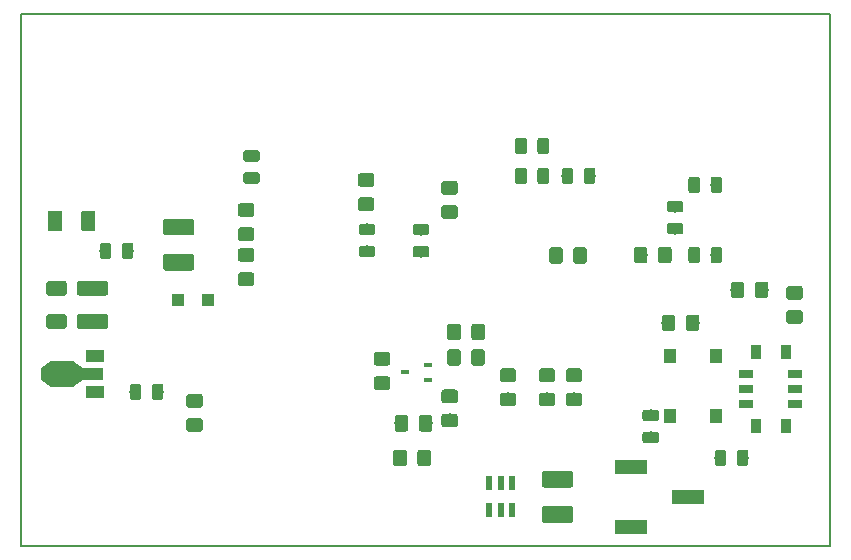
<source format=gbr>
%TF.GenerationSoftware,KiCad,Pcbnew,(5.1.2)-2*%
%TF.CreationDate,2019-08-18T23:04:57+01:00*%
%TF.ProjectId,ReferenceBias,52656665-7265-46e6-9365-426961732e6b,rev?*%
%TF.SameCoordinates,Original*%
%TF.FileFunction,Paste,Top*%
%TF.FilePolarity,Positive*%
%FSLAX46Y46*%
G04 Gerber Fmt 4.6, Leading zero omitted, Abs format (unit mm)*
G04 Created by KiCad (PCBNEW (5.1.2)-2) date 2019-08-18 23:04:57*
%MOMM*%
%LPD*%
G04 APERTURE LIST*
%ADD10C,0.150000*%
%ADD11C,0.100000*%
%ADD12C,0.975000*%
%ADD13R,1.280000X0.760000*%
%ADD14R,0.940000X1.280000*%
%ADD15R,1.000000X1.200000*%
%ADD16R,0.508000X1.219200*%
%ADD17C,1.000000*%
%ADD18R,1.840000X2.200000*%
%ADD19R,1.500000X1.000000*%
%ADD20R,1.800000X1.000000*%
%ADD21C,0.850000*%
%ADD22R,2.790000X1.190000*%
%ADD23C,1.150000*%
%ADD24R,0.700000X0.450000*%
%ADD25C,1.250000*%
%ADD26R,1.000000X1.000000*%
%ADD27C,1.425000*%
G04 APERTURE END LIST*
D10*
X28500000Y-109000000D02*
X28500000Y-154000000D01*
X97000000Y-154000000D02*
X28500000Y-154000000D01*
X97000000Y-109000000D02*
X97000000Y-154000000D01*
X28500000Y-109000000D02*
X97000000Y-109000000D01*
D11*
G36*
X82268142Y-142467174D02*
G01*
X82291803Y-142470684D01*
X82315007Y-142476496D01*
X82337529Y-142484554D01*
X82359153Y-142494782D01*
X82379670Y-142507079D01*
X82398883Y-142521329D01*
X82416607Y-142537393D01*
X82432671Y-142555117D01*
X82446921Y-142574330D01*
X82459218Y-142594847D01*
X82469446Y-142616471D01*
X82477504Y-142638993D01*
X82483316Y-142662197D01*
X82486826Y-142685858D01*
X82488000Y-142709750D01*
X82488000Y-143197250D01*
X82486826Y-143221142D01*
X82483316Y-143244803D01*
X82477504Y-143268007D01*
X82469446Y-143290529D01*
X82459218Y-143312153D01*
X82446921Y-143332670D01*
X82432671Y-143351883D01*
X82416607Y-143369607D01*
X82398883Y-143385671D01*
X82379670Y-143399921D01*
X82359153Y-143412218D01*
X82337529Y-143422446D01*
X82315007Y-143430504D01*
X82291803Y-143436316D01*
X82268142Y-143439826D01*
X82244250Y-143441000D01*
X81331750Y-143441000D01*
X81307858Y-143439826D01*
X81284197Y-143436316D01*
X81260993Y-143430504D01*
X81238471Y-143422446D01*
X81216847Y-143412218D01*
X81196330Y-143399921D01*
X81177117Y-143385671D01*
X81159393Y-143369607D01*
X81143329Y-143351883D01*
X81129079Y-143332670D01*
X81116782Y-143312153D01*
X81106554Y-143290529D01*
X81098496Y-143268007D01*
X81092684Y-143244803D01*
X81089174Y-143221142D01*
X81088000Y-143197250D01*
X81088000Y-142709750D01*
X81089174Y-142685858D01*
X81092684Y-142662197D01*
X81098496Y-142638993D01*
X81106554Y-142616471D01*
X81116782Y-142594847D01*
X81129079Y-142574330D01*
X81143329Y-142555117D01*
X81159393Y-142537393D01*
X81177117Y-142521329D01*
X81196330Y-142507079D01*
X81216847Y-142494782D01*
X81238471Y-142484554D01*
X81260993Y-142476496D01*
X81284197Y-142470684D01*
X81307858Y-142467174D01*
X81331750Y-142466000D01*
X82244250Y-142466000D01*
X82268142Y-142467174D01*
X82268142Y-142467174D01*
G37*
D12*
X81788000Y-142953500D03*
D11*
G36*
X82268142Y-144342174D02*
G01*
X82291803Y-144345684D01*
X82315007Y-144351496D01*
X82337529Y-144359554D01*
X82359153Y-144369782D01*
X82379670Y-144382079D01*
X82398883Y-144396329D01*
X82416607Y-144412393D01*
X82432671Y-144430117D01*
X82446921Y-144449330D01*
X82459218Y-144469847D01*
X82469446Y-144491471D01*
X82477504Y-144513993D01*
X82483316Y-144537197D01*
X82486826Y-144560858D01*
X82488000Y-144584750D01*
X82488000Y-145072250D01*
X82486826Y-145096142D01*
X82483316Y-145119803D01*
X82477504Y-145143007D01*
X82469446Y-145165529D01*
X82459218Y-145187153D01*
X82446921Y-145207670D01*
X82432671Y-145226883D01*
X82416607Y-145244607D01*
X82398883Y-145260671D01*
X82379670Y-145274921D01*
X82359153Y-145287218D01*
X82337529Y-145297446D01*
X82315007Y-145305504D01*
X82291803Y-145311316D01*
X82268142Y-145314826D01*
X82244250Y-145316000D01*
X81331750Y-145316000D01*
X81307858Y-145314826D01*
X81284197Y-145311316D01*
X81260993Y-145305504D01*
X81238471Y-145297446D01*
X81216847Y-145287218D01*
X81196330Y-145274921D01*
X81177117Y-145260671D01*
X81159393Y-145244607D01*
X81143329Y-145226883D01*
X81129079Y-145207670D01*
X81116782Y-145187153D01*
X81106554Y-145165529D01*
X81098496Y-145143007D01*
X81092684Y-145119803D01*
X81089174Y-145096142D01*
X81088000Y-145072250D01*
X81088000Y-144584750D01*
X81089174Y-144560858D01*
X81092684Y-144537197D01*
X81098496Y-144513993D01*
X81106554Y-144491471D01*
X81116782Y-144469847D01*
X81129079Y-144449330D01*
X81143329Y-144430117D01*
X81159393Y-144412393D01*
X81177117Y-144396329D01*
X81196330Y-144382079D01*
X81216847Y-144369782D01*
X81238471Y-144359554D01*
X81260993Y-144351496D01*
X81284197Y-144345684D01*
X81307858Y-144342174D01*
X81331750Y-144341000D01*
X82244250Y-144341000D01*
X82268142Y-144342174D01*
X82268142Y-144342174D01*
G37*
D12*
X81788000Y-144828500D03*
D11*
G36*
X89851142Y-145859174D02*
G01*
X89874803Y-145862684D01*
X89898007Y-145868496D01*
X89920529Y-145876554D01*
X89942153Y-145886782D01*
X89962670Y-145899079D01*
X89981883Y-145913329D01*
X89999607Y-145929393D01*
X90015671Y-145947117D01*
X90029921Y-145966330D01*
X90042218Y-145986847D01*
X90052446Y-146008471D01*
X90060504Y-146030993D01*
X90066316Y-146054197D01*
X90069826Y-146077858D01*
X90071000Y-146101750D01*
X90071000Y-147014250D01*
X90069826Y-147038142D01*
X90066316Y-147061803D01*
X90060504Y-147085007D01*
X90052446Y-147107529D01*
X90042218Y-147129153D01*
X90029921Y-147149670D01*
X90015671Y-147168883D01*
X89999607Y-147186607D01*
X89981883Y-147202671D01*
X89962670Y-147216921D01*
X89942153Y-147229218D01*
X89920529Y-147239446D01*
X89898007Y-147247504D01*
X89874803Y-147253316D01*
X89851142Y-147256826D01*
X89827250Y-147258000D01*
X89339750Y-147258000D01*
X89315858Y-147256826D01*
X89292197Y-147253316D01*
X89268993Y-147247504D01*
X89246471Y-147239446D01*
X89224847Y-147229218D01*
X89204330Y-147216921D01*
X89185117Y-147202671D01*
X89167393Y-147186607D01*
X89151329Y-147168883D01*
X89137079Y-147149670D01*
X89124782Y-147129153D01*
X89114554Y-147107529D01*
X89106496Y-147085007D01*
X89100684Y-147061803D01*
X89097174Y-147038142D01*
X89096000Y-147014250D01*
X89096000Y-146101750D01*
X89097174Y-146077858D01*
X89100684Y-146054197D01*
X89106496Y-146030993D01*
X89114554Y-146008471D01*
X89124782Y-145986847D01*
X89137079Y-145966330D01*
X89151329Y-145947117D01*
X89167393Y-145929393D01*
X89185117Y-145913329D01*
X89204330Y-145899079D01*
X89224847Y-145886782D01*
X89246471Y-145876554D01*
X89268993Y-145868496D01*
X89292197Y-145862684D01*
X89315858Y-145859174D01*
X89339750Y-145858000D01*
X89827250Y-145858000D01*
X89851142Y-145859174D01*
X89851142Y-145859174D01*
G37*
D12*
X89583500Y-146558000D03*
D11*
G36*
X87976142Y-145859174D02*
G01*
X87999803Y-145862684D01*
X88023007Y-145868496D01*
X88045529Y-145876554D01*
X88067153Y-145886782D01*
X88087670Y-145899079D01*
X88106883Y-145913329D01*
X88124607Y-145929393D01*
X88140671Y-145947117D01*
X88154921Y-145966330D01*
X88167218Y-145986847D01*
X88177446Y-146008471D01*
X88185504Y-146030993D01*
X88191316Y-146054197D01*
X88194826Y-146077858D01*
X88196000Y-146101750D01*
X88196000Y-147014250D01*
X88194826Y-147038142D01*
X88191316Y-147061803D01*
X88185504Y-147085007D01*
X88177446Y-147107529D01*
X88167218Y-147129153D01*
X88154921Y-147149670D01*
X88140671Y-147168883D01*
X88124607Y-147186607D01*
X88106883Y-147202671D01*
X88087670Y-147216921D01*
X88067153Y-147229218D01*
X88045529Y-147239446D01*
X88023007Y-147247504D01*
X87999803Y-147253316D01*
X87976142Y-147256826D01*
X87952250Y-147258000D01*
X87464750Y-147258000D01*
X87440858Y-147256826D01*
X87417197Y-147253316D01*
X87393993Y-147247504D01*
X87371471Y-147239446D01*
X87349847Y-147229218D01*
X87329330Y-147216921D01*
X87310117Y-147202671D01*
X87292393Y-147186607D01*
X87276329Y-147168883D01*
X87262079Y-147149670D01*
X87249782Y-147129153D01*
X87239554Y-147107529D01*
X87231496Y-147085007D01*
X87225684Y-147061803D01*
X87222174Y-147038142D01*
X87221000Y-147014250D01*
X87221000Y-146101750D01*
X87222174Y-146077858D01*
X87225684Y-146054197D01*
X87231496Y-146030993D01*
X87239554Y-146008471D01*
X87249782Y-145986847D01*
X87262079Y-145966330D01*
X87276329Y-145947117D01*
X87292393Y-145929393D01*
X87310117Y-145913329D01*
X87329330Y-145899079D01*
X87349847Y-145886782D01*
X87371471Y-145876554D01*
X87393993Y-145868496D01*
X87417197Y-145862684D01*
X87440858Y-145859174D01*
X87464750Y-145858000D01*
X87952250Y-145858000D01*
X87976142Y-145859174D01*
X87976142Y-145859174D01*
G37*
D12*
X87708500Y-146558000D03*
D13*
X94038000Y-141986000D03*
X94038000Y-140716000D03*
X94038000Y-139446000D03*
D14*
X93218000Y-137611000D03*
X90678000Y-137611000D03*
D13*
X89858000Y-139446000D03*
X89858000Y-140716000D03*
X89858000Y-141986000D03*
D14*
X90678000Y-143821000D03*
X93218000Y-143821000D03*
D15*
X83394000Y-143002000D03*
X83394000Y-137922000D03*
X87294000Y-137922000D03*
X87294000Y-143002000D03*
D16*
X70038001Y-148717000D03*
X69088000Y-148717000D03*
X68137999Y-148717000D03*
X68137999Y-151003000D03*
X69088000Y-151003000D03*
X70038001Y-151003000D03*
D17*
X33350200Y-139446000D03*
D11*
G36*
X32850200Y-138346000D02*
G01*
X33850200Y-139046000D01*
X33850200Y-139846000D01*
X32850200Y-140546000D01*
X32850200Y-138346000D01*
X32850200Y-138346000D01*
G37*
D18*
X31940500Y-139446000D03*
D19*
X34754000Y-137946000D03*
D20*
X34607500Y-139446000D03*
D19*
X34754000Y-140946000D03*
D21*
X30607000Y-139446000D03*
D11*
G36*
X31032000Y-140546000D02*
G01*
X30182000Y-139946000D01*
X30182000Y-138946000D01*
X31032000Y-138346000D01*
X31032000Y-140546000D01*
X31032000Y-140546000D01*
G37*
D22*
X80135000Y-152400000D03*
X84965000Y-149860000D03*
X80135000Y-147320000D03*
D11*
G36*
X37781142Y-128333174D02*
G01*
X37804803Y-128336684D01*
X37828007Y-128342496D01*
X37850529Y-128350554D01*
X37872153Y-128360782D01*
X37892670Y-128373079D01*
X37911883Y-128387329D01*
X37929607Y-128403393D01*
X37945671Y-128421117D01*
X37959921Y-128440330D01*
X37972218Y-128460847D01*
X37982446Y-128482471D01*
X37990504Y-128504993D01*
X37996316Y-128528197D01*
X37999826Y-128551858D01*
X38001000Y-128575750D01*
X38001000Y-129488250D01*
X37999826Y-129512142D01*
X37996316Y-129535803D01*
X37990504Y-129559007D01*
X37982446Y-129581529D01*
X37972218Y-129603153D01*
X37959921Y-129623670D01*
X37945671Y-129642883D01*
X37929607Y-129660607D01*
X37911883Y-129676671D01*
X37892670Y-129690921D01*
X37872153Y-129703218D01*
X37850529Y-129713446D01*
X37828007Y-129721504D01*
X37804803Y-129727316D01*
X37781142Y-129730826D01*
X37757250Y-129732000D01*
X37269750Y-129732000D01*
X37245858Y-129730826D01*
X37222197Y-129727316D01*
X37198993Y-129721504D01*
X37176471Y-129713446D01*
X37154847Y-129703218D01*
X37134330Y-129690921D01*
X37115117Y-129676671D01*
X37097393Y-129660607D01*
X37081329Y-129642883D01*
X37067079Y-129623670D01*
X37054782Y-129603153D01*
X37044554Y-129581529D01*
X37036496Y-129559007D01*
X37030684Y-129535803D01*
X37027174Y-129512142D01*
X37026000Y-129488250D01*
X37026000Y-128575750D01*
X37027174Y-128551858D01*
X37030684Y-128528197D01*
X37036496Y-128504993D01*
X37044554Y-128482471D01*
X37054782Y-128460847D01*
X37067079Y-128440330D01*
X37081329Y-128421117D01*
X37097393Y-128403393D01*
X37115117Y-128387329D01*
X37134330Y-128373079D01*
X37154847Y-128360782D01*
X37176471Y-128350554D01*
X37198993Y-128342496D01*
X37222197Y-128336684D01*
X37245858Y-128333174D01*
X37269750Y-128332000D01*
X37757250Y-128332000D01*
X37781142Y-128333174D01*
X37781142Y-128333174D01*
G37*
D12*
X37513500Y-129032000D03*
D11*
G36*
X35906142Y-128333174D02*
G01*
X35929803Y-128336684D01*
X35953007Y-128342496D01*
X35975529Y-128350554D01*
X35997153Y-128360782D01*
X36017670Y-128373079D01*
X36036883Y-128387329D01*
X36054607Y-128403393D01*
X36070671Y-128421117D01*
X36084921Y-128440330D01*
X36097218Y-128460847D01*
X36107446Y-128482471D01*
X36115504Y-128504993D01*
X36121316Y-128528197D01*
X36124826Y-128551858D01*
X36126000Y-128575750D01*
X36126000Y-129488250D01*
X36124826Y-129512142D01*
X36121316Y-129535803D01*
X36115504Y-129559007D01*
X36107446Y-129581529D01*
X36097218Y-129603153D01*
X36084921Y-129623670D01*
X36070671Y-129642883D01*
X36054607Y-129660607D01*
X36036883Y-129676671D01*
X36017670Y-129690921D01*
X35997153Y-129703218D01*
X35975529Y-129713446D01*
X35953007Y-129721504D01*
X35929803Y-129727316D01*
X35906142Y-129730826D01*
X35882250Y-129732000D01*
X35394750Y-129732000D01*
X35370858Y-129730826D01*
X35347197Y-129727316D01*
X35323993Y-129721504D01*
X35301471Y-129713446D01*
X35279847Y-129703218D01*
X35259330Y-129690921D01*
X35240117Y-129676671D01*
X35222393Y-129660607D01*
X35206329Y-129642883D01*
X35192079Y-129623670D01*
X35179782Y-129603153D01*
X35169554Y-129581529D01*
X35161496Y-129559007D01*
X35155684Y-129535803D01*
X35152174Y-129512142D01*
X35151000Y-129488250D01*
X35151000Y-128575750D01*
X35152174Y-128551858D01*
X35155684Y-128528197D01*
X35161496Y-128504993D01*
X35169554Y-128482471D01*
X35179782Y-128460847D01*
X35192079Y-128440330D01*
X35206329Y-128421117D01*
X35222393Y-128403393D01*
X35240117Y-128387329D01*
X35259330Y-128373079D01*
X35279847Y-128360782D01*
X35301471Y-128350554D01*
X35323993Y-128342496D01*
X35347197Y-128336684D01*
X35370858Y-128333174D01*
X35394750Y-128332000D01*
X35882250Y-128332000D01*
X35906142Y-128333174D01*
X35906142Y-128333174D01*
G37*
D12*
X35638500Y-129032000D03*
D11*
G36*
X70197505Y-138990204D02*
G01*
X70221773Y-138993804D01*
X70245572Y-138999765D01*
X70268671Y-139008030D01*
X70290850Y-139018520D01*
X70311893Y-139031132D01*
X70331599Y-139045747D01*
X70349777Y-139062223D01*
X70366253Y-139080401D01*
X70380868Y-139100107D01*
X70393480Y-139121150D01*
X70403970Y-139143329D01*
X70412235Y-139166428D01*
X70418196Y-139190227D01*
X70421796Y-139214495D01*
X70423000Y-139238999D01*
X70423000Y-139889001D01*
X70421796Y-139913505D01*
X70418196Y-139937773D01*
X70412235Y-139961572D01*
X70403970Y-139984671D01*
X70393480Y-140006850D01*
X70380868Y-140027893D01*
X70366253Y-140047599D01*
X70349777Y-140065777D01*
X70331599Y-140082253D01*
X70311893Y-140096868D01*
X70290850Y-140109480D01*
X70268671Y-140119970D01*
X70245572Y-140128235D01*
X70221773Y-140134196D01*
X70197505Y-140137796D01*
X70173001Y-140139000D01*
X69272999Y-140139000D01*
X69248495Y-140137796D01*
X69224227Y-140134196D01*
X69200428Y-140128235D01*
X69177329Y-140119970D01*
X69155150Y-140109480D01*
X69134107Y-140096868D01*
X69114401Y-140082253D01*
X69096223Y-140065777D01*
X69079747Y-140047599D01*
X69065132Y-140027893D01*
X69052520Y-140006850D01*
X69042030Y-139984671D01*
X69033765Y-139961572D01*
X69027804Y-139937773D01*
X69024204Y-139913505D01*
X69023000Y-139889001D01*
X69023000Y-139238999D01*
X69024204Y-139214495D01*
X69027804Y-139190227D01*
X69033765Y-139166428D01*
X69042030Y-139143329D01*
X69052520Y-139121150D01*
X69065132Y-139100107D01*
X69079747Y-139080401D01*
X69096223Y-139062223D01*
X69114401Y-139045747D01*
X69134107Y-139031132D01*
X69155150Y-139018520D01*
X69177329Y-139008030D01*
X69200428Y-138999765D01*
X69224227Y-138993804D01*
X69248495Y-138990204D01*
X69272999Y-138989000D01*
X70173001Y-138989000D01*
X70197505Y-138990204D01*
X70197505Y-138990204D01*
G37*
D23*
X69723000Y-139564000D03*
D11*
G36*
X70197505Y-141040204D02*
G01*
X70221773Y-141043804D01*
X70245572Y-141049765D01*
X70268671Y-141058030D01*
X70290850Y-141068520D01*
X70311893Y-141081132D01*
X70331599Y-141095747D01*
X70349777Y-141112223D01*
X70366253Y-141130401D01*
X70380868Y-141150107D01*
X70393480Y-141171150D01*
X70403970Y-141193329D01*
X70412235Y-141216428D01*
X70418196Y-141240227D01*
X70421796Y-141264495D01*
X70423000Y-141288999D01*
X70423000Y-141939001D01*
X70421796Y-141963505D01*
X70418196Y-141987773D01*
X70412235Y-142011572D01*
X70403970Y-142034671D01*
X70393480Y-142056850D01*
X70380868Y-142077893D01*
X70366253Y-142097599D01*
X70349777Y-142115777D01*
X70331599Y-142132253D01*
X70311893Y-142146868D01*
X70290850Y-142159480D01*
X70268671Y-142169970D01*
X70245572Y-142178235D01*
X70221773Y-142184196D01*
X70197505Y-142187796D01*
X70173001Y-142189000D01*
X69272999Y-142189000D01*
X69248495Y-142187796D01*
X69224227Y-142184196D01*
X69200428Y-142178235D01*
X69177329Y-142169970D01*
X69155150Y-142159480D01*
X69134107Y-142146868D01*
X69114401Y-142132253D01*
X69096223Y-142115777D01*
X69079747Y-142097599D01*
X69065132Y-142077893D01*
X69052520Y-142056850D01*
X69042030Y-142034671D01*
X69033765Y-142011572D01*
X69027804Y-141987773D01*
X69024204Y-141963505D01*
X69023000Y-141939001D01*
X69023000Y-141288999D01*
X69024204Y-141264495D01*
X69027804Y-141240227D01*
X69033765Y-141216428D01*
X69042030Y-141193329D01*
X69052520Y-141171150D01*
X69065132Y-141150107D01*
X69079747Y-141130401D01*
X69096223Y-141112223D01*
X69114401Y-141095747D01*
X69134107Y-141081132D01*
X69155150Y-141068520D01*
X69177329Y-141058030D01*
X69200428Y-141049765D01*
X69224227Y-141043804D01*
X69248495Y-141040204D01*
X69272999Y-141039000D01*
X70173001Y-141039000D01*
X70197505Y-141040204D01*
X70197505Y-141040204D01*
G37*
D23*
X69723000Y-141614000D03*
D11*
G36*
X67541505Y-135191204D02*
G01*
X67565773Y-135194804D01*
X67589572Y-135200765D01*
X67612671Y-135209030D01*
X67634850Y-135219520D01*
X67655893Y-135232132D01*
X67675599Y-135246747D01*
X67693777Y-135263223D01*
X67710253Y-135281401D01*
X67724868Y-135301107D01*
X67737480Y-135322150D01*
X67747970Y-135344329D01*
X67756235Y-135367428D01*
X67762196Y-135391227D01*
X67765796Y-135415495D01*
X67767000Y-135439999D01*
X67767000Y-136340001D01*
X67765796Y-136364505D01*
X67762196Y-136388773D01*
X67756235Y-136412572D01*
X67747970Y-136435671D01*
X67737480Y-136457850D01*
X67724868Y-136478893D01*
X67710253Y-136498599D01*
X67693777Y-136516777D01*
X67675599Y-136533253D01*
X67655893Y-136547868D01*
X67634850Y-136560480D01*
X67612671Y-136570970D01*
X67589572Y-136579235D01*
X67565773Y-136585196D01*
X67541505Y-136588796D01*
X67517001Y-136590000D01*
X66866999Y-136590000D01*
X66842495Y-136588796D01*
X66818227Y-136585196D01*
X66794428Y-136579235D01*
X66771329Y-136570970D01*
X66749150Y-136560480D01*
X66728107Y-136547868D01*
X66708401Y-136533253D01*
X66690223Y-136516777D01*
X66673747Y-136498599D01*
X66659132Y-136478893D01*
X66646520Y-136457850D01*
X66636030Y-136435671D01*
X66627765Y-136412572D01*
X66621804Y-136388773D01*
X66618204Y-136364505D01*
X66617000Y-136340001D01*
X66617000Y-135439999D01*
X66618204Y-135415495D01*
X66621804Y-135391227D01*
X66627765Y-135367428D01*
X66636030Y-135344329D01*
X66646520Y-135322150D01*
X66659132Y-135301107D01*
X66673747Y-135281401D01*
X66690223Y-135263223D01*
X66708401Y-135246747D01*
X66728107Y-135232132D01*
X66749150Y-135219520D01*
X66771329Y-135209030D01*
X66794428Y-135200765D01*
X66818227Y-135194804D01*
X66842495Y-135191204D01*
X66866999Y-135190000D01*
X67517001Y-135190000D01*
X67541505Y-135191204D01*
X67541505Y-135191204D01*
G37*
D23*
X67192000Y-135890000D03*
D11*
G36*
X65491505Y-135191204D02*
G01*
X65515773Y-135194804D01*
X65539572Y-135200765D01*
X65562671Y-135209030D01*
X65584850Y-135219520D01*
X65605893Y-135232132D01*
X65625599Y-135246747D01*
X65643777Y-135263223D01*
X65660253Y-135281401D01*
X65674868Y-135301107D01*
X65687480Y-135322150D01*
X65697970Y-135344329D01*
X65706235Y-135367428D01*
X65712196Y-135391227D01*
X65715796Y-135415495D01*
X65717000Y-135439999D01*
X65717000Y-136340001D01*
X65715796Y-136364505D01*
X65712196Y-136388773D01*
X65706235Y-136412572D01*
X65697970Y-136435671D01*
X65687480Y-136457850D01*
X65674868Y-136478893D01*
X65660253Y-136498599D01*
X65643777Y-136516777D01*
X65625599Y-136533253D01*
X65605893Y-136547868D01*
X65584850Y-136560480D01*
X65562671Y-136570970D01*
X65539572Y-136579235D01*
X65515773Y-136585196D01*
X65491505Y-136588796D01*
X65467001Y-136590000D01*
X64816999Y-136590000D01*
X64792495Y-136588796D01*
X64768227Y-136585196D01*
X64744428Y-136579235D01*
X64721329Y-136570970D01*
X64699150Y-136560480D01*
X64678107Y-136547868D01*
X64658401Y-136533253D01*
X64640223Y-136516777D01*
X64623747Y-136498599D01*
X64609132Y-136478893D01*
X64596520Y-136457850D01*
X64586030Y-136435671D01*
X64577765Y-136412572D01*
X64571804Y-136388773D01*
X64568204Y-136364505D01*
X64567000Y-136340001D01*
X64567000Y-135439999D01*
X64568204Y-135415495D01*
X64571804Y-135391227D01*
X64577765Y-135367428D01*
X64586030Y-135344329D01*
X64596520Y-135322150D01*
X64609132Y-135301107D01*
X64623747Y-135281401D01*
X64640223Y-135263223D01*
X64658401Y-135246747D01*
X64678107Y-135232132D01*
X64699150Y-135219520D01*
X64721329Y-135209030D01*
X64744428Y-135200765D01*
X64768227Y-135194804D01*
X64792495Y-135191204D01*
X64816999Y-135190000D01*
X65467001Y-135190000D01*
X65491505Y-135191204D01*
X65491505Y-135191204D01*
G37*
D23*
X65142000Y-135890000D03*
D11*
G36*
X65244505Y-140768204D02*
G01*
X65268773Y-140771804D01*
X65292572Y-140777765D01*
X65315671Y-140786030D01*
X65337850Y-140796520D01*
X65358893Y-140809132D01*
X65378599Y-140823747D01*
X65396777Y-140840223D01*
X65413253Y-140858401D01*
X65427868Y-140878107D01*
X65440480Y-140899150D01*
X65450970Y-140921329D01*
X65459235Y-140944428D01*
X65465196Y-140968227D01*
X65468796Y-140992495D01*
X65470000Y-141016999D01*
X65470000Y-141667001D01*
X65468796Y-141691505D01*
X65465196Y-141715773D01*
X65459235Y-141739572D01*
X65450970Y-141762671D01*
X65440480Y-141784850D01*
X65427868Y-141805893D01*
X65413253Y-141825599D01*
X65396777Y-141843777D01*
X65378599Y-141860253D01*
X65358893Y-141874868D01*
X65337850Y-141887480D01*
X65315671Y-141897970D01*
X65292572Y-141906235D01*
X65268773Y-141912196D01*
X65244505Y-141915796D01*
X65220001Y-141917000D01*
X64319999Y-141917000D01*
X64295495Y-141915796D01*
X64271227Y-141912196D01*
X64247428Y-141906235D01*
X64224329Y-141897970D01*
X64202150Y-141887480D01*
X64181107Y-141874868D01*
X64161401Y-141860253D01*
X64143223Y-141843777D01*
X64126747Y-141825599D01*
X64112132Y-141805893D01*
X64099520Y-141784850D01*
X64089030Y-141762671D01*
X64080765Y-141739572D01*
X64074804Y-141715773D01*
X64071204Y-141691505D01*
X64070000Y-141667001D01*
X64070000Y-141016999D01*
X64071204Y-140992495D01*
X64074804Y-140968227D01*
X64080765Y-140944428D01*
X64089030Y-140921329D01*
X64099520Y-140899150D01*
X64112132Y-140878107D01*
X64126747Y-140858401D01*
X64143223Y-140840223D01*
X64161401Y-140823747D01*
X64181107Y-140809132D01*
X64202150Y-140796520D01*
X64224329Y-140786030D01*
X64247428Y-140777765D01*
X64271227Y-140771804D01*
X64295495Y-140768204D01*
X64319999Y-140767000D01*
X65220001Y-140767000D01*
X65244505Y-140768204D01*
X65244505Y-140768204D01*
G37*
D23*
X64770000Y-141342000D03*
D11*
G36*
X65244505Y-142818204D02*
G01*
X65268773Y-142821804D01*
X65292572Y-142827765D01*
X65315671Y-142836030D01*
X65337850Y-142846520D01*
X65358893Y-142859132D01*
X65378599Y-142873747D01*
X65396777Y-142890223D01*
X65413253Y-142908401D01*
X65427868Y-142928107D01*
X65440480Y-142949150D01*
X65450970Y-142971329D01*
X65459235Y-142994428D01*
X65465196Y-143018227D01*
X65468796Y-143042495D01*
X65470000Y-143066999D01*
X65470000Y-143717001D01*
X65468796Y-143741505D01*
X65465196Y-143765773D01*
X65459235Y-143789572D01*
X65450970Y-143812671D01*
X65440480Y-143834850D01*
X65427868Y-143855893D01*
X65413253Y-143875599D01*
X65396777Y-143893777D01*
X65378599Y-143910253D01*
X65358893Y-143924868D01*
X65337850Y-143937480D01*
X65315671Y-143947970D01*
X65292572Y-143956235D01*
X65268773Y-143962196D01*
X65244505Y-143965796D01*
X65220001Y-143967000D01*
X64319999Y-143967000D01*
X64295495Y-143965796D01*
X64271227Y-143962196D01*
X64247428Y-143956235D01*
X64224329Y-143947970D01*
X64202150Y-143937480D01*
X64181107Y-143924868D01*
X64161401Y-143910253D01*
X64143223Y-143893777D01*
X64126747Y-143875599D01*
X64112132Y-143855893D01*
X64099520Y-143834850D01*
X64089030Y-143812671D01*
X64080765Y-143789572D01*
X64074804Y-143765773D01*
X64071204Y-143741505D01*
X64070000Y-143717001D01*
X64070000Y-143066999D01*
X64071204Y-143042495D01*
X64074804Y-143018227D01*
X64080765Y-142994428D01*
X64089030Y-142971329D01*
X64099520Y-142949150D01*
X64112132Y-142928107D01*
X64126747Y-142908401D01*
X64143223Y-142890223D01*
X64161401Y-142873747D01*
X64181107Y-142859132D01*
X64202150Y-142846520D01*
X64224329Y-142836030D01*
X64247428Y-142827765D01*
X64271227Y-142821804D01*
X64295495Y-142818204D01*
X64319999Y-142817000D01*
X65220001Y-142817000D01*
X65244505Y-142818204D01*
X65244505Y-142818204D01*
G37*
D23*
X64770000Y-143392000D03*
D11*
G36*
X63096505Y-142938204D02*
G01*
X63120773Y-142941804D01*
X63144572Y-142947765D01*
X63167671Y-142956030D01*
X63189850Y-142966520D01*
X63210893Y-142979132D01*
X63230599Y-142993747D01*
X63248777Y-143010223D01*
X63265253Y-143028401D01*
X63279868Y-143048107D01*
X63292480Y-143069150D01*
X63302970Y-143091329D01*
X63311235Y-143114428D01*
X63317196Y-143138227D01*
X63320796Y-143162495D01*
X63322000Y-143186999D01*
X63322000Y-144087001D01*
X63320796Y-144111505D01*
X63317196Y-144135773D01*
X63311235Y-144159572D01*
X63302970Y-144182671D01*
X63292480Y-144204850D01*
X63279868Y-144225893D01*
X63265253Y-144245599D01*
X63248777Y-144263777D01*
X63230599Y-144280253D01*
X63210893Y-144294868D01*
X63189850Y-144307480D01*
X63167671Y-144317970D01*
X63144572Y-144326235D01*
X63120773Y-144332196D01*
X63096505Y-144335796D01*
X63072001Y-144337000D01*
X62421999Y-144337000D01*
X62397495Y-144335796D01*
X62373227Y-144332196D01*
X62349428Y-144326235D01*
X62326329Y-144317970D01*
X62304150Y-144307480D01*
X62283107Y-144294868D01*
X62263401Y-144280253D01*
X62245223Y-144263777D01*
X62228747Y-144245599D01*
X62214132Y-144225893D01*
X62201520Y-144204850D01*
X62191030Y-144182671D01*
X62182765Y-144159572D01*
X62176804Y-144135773D01*
X62173204Y-144111505D01*
X62172000Y-144087001D01*
X62172000Y-143186999D01*
X62173204Y-143162495D01*
X62176804Y-143138227D01*
X62182765Y-143114428D01*
X62191030Y-143091329D01*
X62201520Y-143069150D01*
X62214132Y-143048107D01*
X62228747Y-143028401D01*
X62245223Y-143010223D01*
X62263401Y-142993747D01*
X62283107Y-142979132D01*
X62304150Y-142966520D01*
X62326329Y-142956030D01*
X62349428Y-142947765D01*
X62373227Y-142941804D01*
X62397495Y-142938204D01*
X62421999Y-142937000D01*
X63072001Y-142937000D01*
X63096505Y-142938204D01*
X63096505Y-142938204D01*
G37*
D23*
X62747000Y-143637000D03*
D11*
G36*
X61046505Y-142938204D02*
G01*
X61070773Y-142941804D01*
X61094572Y-142947765D01*
X61117671Y-142956030D01*
X61139850Y-142966520D01*
X61160893Y-142979132D01*
X61180599Y-142993747D01*
X61198777Y-143010223D01*
X61215253Y-143028401D01*
X61229868Y-143048107D01*
X61242480Y-143069150D01*
X61252970Y-143091329D01*
X61261235Y-143114428D01*
X61267196Y-143138227D01*
X61270796Y-143162495D01*
X61272000Y-143186999D01*
X61272000Y-144087001D01*
X61270796Y-144111505D01*
X61267196Y-144135773D01*
X61261235Y-144159572D01*
X61252970Y-144182671D01*
X61242480Y-144204850D01*
X61229868Y-144225893D01*
X61215253Y-144245599D01*
X61198777Y-144263777D01*
X61180599Y-144280253D01*
X61160893Y-144294868D01*
X61139850Y-144307480D01*
X61117671Y-144317970D01*
X61094572Y-144326235D01*
X61070773Y-144332196D01*
X61046505Y-144335796D01*
X61022001Y-144337000D01*
X60371999Y-144337000D01*
X60347495Y-144335796D01*
X60323227Y-144332196D01*
X60299428Y-144326235D01*
X60276329Y-144317970D01*
X60254150Y-144307480D01*
X60233107Y-144294868D01*
X60213401Y-144280253D01*
X60195223Y-144263777D01*
X60178747Y-144245599D01*
X60164132Y-144225893D01*
X60151520Y-144204850D01*
X60141030Y-144182671D01*
X60132765Y-144159572D01*
X60126804Y-144135773D01*
X60123204Y-144111505D01*
X60122000Y-144087001D01*
X60122000Y-143186999D01*
X60123204Y-143162495D01*
X60126804Y-143138227D01*
X60132765Y-143114428D01*
X60141030Y-143091329D01*
X60151520Y-143069150D01*
X60164132Y-143048107D01*
X60178747Y-143028401D01*
X60195223Y-143010223D01*
X60213401Y-142993747D01*
X60233107Y-142979132D01*
X60254150Y-142966520D01*
X60276329Y-142956030D01*
X60299428Y-142947765D01*
X60323227Y-142941804D01*
X60347495Y-142938204D01*
X60371999Y-142937000D01*
X61022001Y-142937000D01*
X61046505Y-142938204D01*
X61046505Y-142938204D01*
G37*
D23*
X60697000Y-143637000D03*
D24*
X60976000Y-139319000D03*
X62976000Y-138669000D03*
X62976000Y-139969000D03*
D11*
G36*
X35643504Y-134380204D02*
G01*
X35667773Y-134383804D01*
X35691571Y-134389765D01*
X35714671Y-134398030D01*
X35736849Y-134408520D01*
X35757893Y-134421133D01*
X35777598Y-134435747D01*
X35795777Y-134452223D01*
X35812253Y-134470402D01*
X35826867Y-134490107D01*
X35839480Y-134511151D01*
X35849970Y-134533329D01*
X35858235Y-134556429D01*
X35864196Y-134580227D01*
X35867796Y-134604496D01*
X35869000Y-134629000D01*
X35869000Y-135379000D01*
X35867796Y-135403504D01*
X35864196Y-135427773D01*
X35858235Y-135451571D01*
X35849970Y-135474671D01*
X35839480Y-135496849D01*
X35826867Y-135517893D01*
X35812253Y-135537598D01*
X35795777Y-135555777D01*
X35777598Y-135572253D01*
X35757893Y-135586867D01*
X35736849Y-135599480D01*
X35714671Y-135609970D01*
X35691571Y-135618235D01*
X35667773Y-135624196D01*
X35643504Y-135627796D01*
X35619000Y-135629000D01*
X33469000Y-135629000D01*
X33444496Y-135627796D01*
X33420227Y-135624196D01*
X33396429Y-135618235D01*
X33373329Y-135609970D01*
X33351151Y-135599480D01*
X33330107Y-135586867D01*
X33310402Y-135572253D01*
X33292223Y-135555777D01*
X33275747Y-135537598D01*
X33261133Y-135517893D01*
X33248520Y-135496849D01*
X33238030Y-135474671D01*
X33229765Y-135451571D01*
X33223804Y-135427773D01*
X33220204Y-135403504D01*
X33219000Y-135379000D01*
X33219000Y-134629000D01*
X33220204Y-134604496D01*
X33223804Y-134580227D01*
X33229765Y-134556429D01*
X33238030Y-134533329D01*
X33248520Y-134511151D01*
X33261133Y-134490107D01*
X33275747Y-134470402D01*
X33292223Y-134452223D01*
X33310402Y-134435747D01*
X33330107Y-134421133D01*
X33351151Y-134408520D01*
X33373329Y-134398030D01*
X33396429Y-134389765D01*
X33420227Y-134383804D01*
X33444496Y-134380204D01*
X33469000Y-134379000D01*
X35619000Y-134379000D01*
X35643504Y-134380204D01*
X35643504Y-134380204D01*
G37*
D25*
X34544000Y-135004000D03*
D11*
G36*
X35643504Y-131580204D02*
G01*
X35667773Y-131583804D01*
X35691571Y-131589765D01*
X35714671Y-131598030D01*
X35736849Y-131608520D01*
X35757893Y-131621133D01*
X35777598Y-131635747D01*
X35795777Y-131652223D01*
X35812253Y-131670402D01*
X35826867Y-131690107D01*
X35839480Y-131711151D01*
X35849970Y-131733329D01*
X35858235Y-131756429D01*
X35864196Y-131780227D01*
X35867796Y-131804496D01*
X35869000Y-131829000D01*
X35869000Y-132579000D01*
X35867796Y-132603504D01*
X35864196Y-132627773D01*
X35858235Y-132651571D01*
X35849970Y-132674671D01*
X35839480Y-132696849D01*
X35826867Y-132717893D01*
X35812253Y-132737598D01*
X35795777Y-132755777D01*
X35777598Y-132772253D01*
X35757893Y-132786867D01*
X35736849Y-132799480D01*
X35714671Y-132809970D01*
X35691571Y-132818235D01*
X35667773Y-132824196D01*
X35643504Y-132827796D01*
X35619000Y-132829000D01*
X33469000Y-132829000D01*
X33444496Y-132827796D01*
X33420227Y-132824196D01*
X33396429Y-132818235D01*
X33373329Y-132809970D01*
X33351151Y-132799480D01*
X33330107Y-132786867D01*
X33310402Y-132772253D01*
X33292223Y-132755777D01*
X33275747Y-132737598D01*
X33261133Y-132717893D01*
X33248520Y-132696849D01*
X33238030Y-132674671D01*
X33229765Y-132651571D01*
X33223804Y-132627773D01*
X33220204Y-132603504D01*
X33219000Y-132579000D01*
X33219000Y-131829000D01*
X33220204Y-131804496D01*
X33223804Y-131780227D01*
X33229765Y-131756429D01*
X33238030Y-131733329D01*
X33248520Y-131711151D01*
X33261133Y-131690107D01*
X33275747Y-131670402D01*
X33292223Y-131652223D01*
X33310402Y-131635747D01*
X33330107Y-131621133D01*
X33351151Y-131608520D01*
X33373329Y-131598030D01*
X33396429Y-131589765D01*
X33420227Y-131583804D01*
X33444496Y-131580204D01*
X33469000Y-131579000D01*
X35619000Y-131579000D01*
X35643504Y-131580204D01*
X35643504Y-131580204D01*
G37*
D25*
X34544000Y-132204000D03*
D26*
X44303000Y-133223000D03*
X41803000Y-133223000D03*
D11*
G36*
X85702505Y-134429204D02*
G01*
X85726773Y-134432804D01*
X85750572Y-134438765D01*
X85773671Y-134447030D01*
X85795850Y-134457520D01*
X85816893Y-134470132D01*
X85836599Y-134484747D01*
X85854777Y-134501223D01*
X85871253Y-134519401D01*
X85885868Y-134539107D01*
X85898480Y-134560150D01*
X85908970Y-134582329D01*
X85917235Y-134605428D01*
X85923196Y-134629227D01*
X85926796Y-134653495D01*
X85928000Y-134677999D01*
X85928000Y-135578001D01*
X85926796Y-135602505D01*
X85923196Y-135626773D01*
X85917235Y-135650572D01*
X85908970Y-135673671D01*
X85898480Y-135695850D01*
X85885868Y-135716893D01*
X85871253Y-135736599D01*
X85854777Y-135754777D01*
X85836599Y-135771253D01*
X85816893Y-135785868D01*
X85795850Y-135798480D01*
X85773671Y-135808970D01*
X85750572Y-135817235D01*
X85726773Y-135823196D01*
X85702505Y-135826796D01*
X85678001Y-135828000D01*
X85027999Y-135828000D01*
X85003495Y-135826796D01*
X84979227Y-135823196D01*
X84955428Y-135817235D01*
X84932329Y-135808970D01*
X84910150Y-135798480D01*
X84889107Y-135785868D01*
X84869401Y-135771253D01*
X84851223Y-135754777D01*
X84834747Y-135736599D01*
X84820132Y-135716893D01*
X84807520Y-135695850D01*
X84797030Y-135673671D01*
X84788765Y-135650572D01*
X84782804Y-135626773D01*
X84779204Y-135602505D01*
X84778000Y-135578001D01*
X84778000Y-134677999D01*
X84779204Y-134653495D01*
X84782804Y-134629227D01*
X84788765Y-134605428D01*
X84797030Y-134582329D01*
X84807520Y-134560150D01*
X84820132Y-134539107D01*
X84834747Y-134519401D01*
X84851223Y-134501223D01*
X84869401Y-134484747D01*
X84889107Y-134470132D01*
X84910150Y-134457520D01*
X84932329Y-134447030D01*
X84955428Y-134438765D01*
X84979227Y-134432804D01*
X85003495Y-134429204D01*
X85027999Y-134428000D01*
X85678001Y-134428000D01*
X85702505Y-134429204D01*
X85702505Y-134429204D01*
G37*
D23*
X85353000Y-135128000D03*
D11*
G36*
X83652505Y-134429204D02*
G01*
X83676773Y-134432804D01*
X83700572Y-134438765D01*
X83723671Y-134447030D01*
X83745850Y-134457520D01*
X83766893Y-134470132D01*
X83786599Y-134484747D01*
X83804777Y-134501223D01*
X83821253Y-134519401D01*
X83835868Y-134539107D01*
X83848480Y-134560150D01*
X83858970Y-134582329D01*
X83867235Y-134605428D01*
X83873196Y-134629227D01*
X83876796Y-134653495D01*
X83878000Y-134677999D01*
X83878000Y-135578001D01*
X83876796Y-135602505D01*
X83873196Y-135626773D01*
X83867235Y-135650572D01*
X83858970Y-135673671D01*
X83848480Y-135695850D01*
X83835868Y-135716893D01*
X83821253Y-135736599D01*
X83804777Y-135754777D01*
X83786599Y-135771253D01*
X83766893Y-135785868D01*
X83745850Y-135798480D01*
X83723671Y-135808970D01*
X83700572Y-135817235D01*
X83676773Y-135823196D01*
X83652505Y-135826796D01*
X83628001Y-135828000D01*
X82977999Y-135828000D01*
X82953495Y-135826796D01*
X82929227Y-135823196D01*
X82905428Y-135817235D01*
X82882329Y-135808970D01*
X82860150Y-135798480D01*
X82839107Y-135785868D01*
X82819401Y-135771253D01*
X82801223Y-135754777D01*
X82784747Y-135736599D01*
X82770132Y-135716893D01*
X82757520Y-135695850D01*
X82747030Y-135673671D01*
X82738765Y-135650572D01*
X82732804Y-135626773D01*
X82729204Y-135602505D01*
X82728000Y-135578001D01*
X82728000Y-134677999D01*
X82729204Y-134653495D01*
X82732804Y-134629227D01*
X82738765Y-134605428D01*
X82747030Y-134582329D01*
X82757520Y-134560150D01*
X82770132Y-134539107D01*
X82784747Y-134519401D01*
X82801223Y-134501223D01*
X82819401Y-134484747D01*
X82839107Y-134470132D01*
X82860150Y-134457520D01*
X82882329Y-134447030D01*
X82905428Y-134438765D01*
X82929227Y-134432804D01*
X82953495Y-134429204D01*
X82977999Y-134428000D01*
X83628001Y-134428000D01*
X83652505Y-134429204D01*
X83652505Y-134429204D01*
G37*
D23*
X83303000Y-135128000D03*
D11*
G36*
X31765504Y-125618204D02*
G01*
X31789773Y-125621804D01*
X31813571Y-125627765D01*
X31836671Y-125636030D01*
X31858849Y-125646520D01*
X31879893Y-125659133D01*
X31899598Y-125673747D01*
X31917777Y-125690223D01*
X31934253Y-125708402D01*
X31948867Y-125728107D01*
X31961480Y-125749151D01*
X31971970Y-125771329D01*
X31980235Y-125794429D01*
X31986196Y-125818227D01*
X31989796Y-125842496D01*
X31991000Y-125867000D01*
X31991000Y-127117000D01*
X31989796Y-127141504D01*
X31986196Y-127165773D01*
X31980235Y-127189571D01*
X31971970Y-127212671D01*
X31961480Y-127234849D01*
X31948867Y-127255893D01*
X31934253Y-127275598D01*
X31917777Y-127293777D01*
X31899598Y-127310253D01*
X31879893Y-127324867D01*
X31858849Y-127337480D01*
X31836671Y-127347970D01*
X31813571Y-127356235D01*
X31789773Y-127362196D01*
X31765504Y-127365796D01*
X31741000Y-127367000D01*
X30991000Y-127367000D01*
X30966496Y-127365796D01*
X30942227Y-127362196D01*
X30918429Y-127356235D01*
X30895329Y-127347970D01*
X30873151Y-127337480D01*
X30852107Y-127324867D01*
X30832402Y-127310253D01*
X30814223Y-127293777D01*
X30797747Y-127275598D01*
X30783133Y-127255893D01*
X30770520Y-127234849D01*
X30760030Y-127212671D01*
X30751765Y-127189571D01*
X30745804Y-127165773D01*
X30742204Y-127141504D01*
X30741000Y-127117000D01*
X30741000Y-125867000D01*
X30742204Y-125842496D01*
X30745804Y-125818227D01*
X30751765Y-125794429D01*
X30760030Y-125771329D01*
X30770520Y-125749151D01*
X30783133Y-125728107D01*
X30797747Y-125708402D01*
X30814223Y-125690223D01*
X30832402Y-125673747D01*
X30852107Y-125659133D01*
X30873151Y-125646520D01*
X30895329Y-125636030D01*
X30918429Y-125627765D01*
X30942227Y-125621804D01*
X30966496Y-125618204D01*
X30991000Y-125617000D01*
X31741000Y-125617000D01*
X31765504Y-125618204D01*
X31765504Y-125618204D01*
G37*
D25*
X31366000Y-126492000D03*
D11*
G36*
X34565504Y-125618204D02*
G01*
X34589773Y-125621804D01*
X34613571Y-125627765D01*
X34636671Y-125636030D01*
X34658849Y-125646520D01*
X34679893Y-125659133D01*
X34699598Y-125673747D01*
X34717777Y-125690223D01*
X34734253Y-125708402D01*
X34748867Y-125728107D01*
X34761480Y-125749151D01*
X34771970Y-125771329D01*
X34780235Y-125794429D01*
X34786196Y-125818227D01*
X34789796Y-125842496D01*
X34791000Y-125867000D01*
X34791000Y-127117000D01*
X34789796Y-127141504D01*
X34786196Y-127165773D01*
X34780235Y-127189571D01*
X34771970Y-127212671D01*
X34761480Y-127234849D01*
X34748867Y-127255893D01*
X34734253Y-127275598D01*
X34717777Y-127293777D01*
X34699598Y-127310253D01*
X34679893Y-127324867D01*
X34658849Y-127337480D01*
X34636671Y-127347970D01*
X34613571Y-127356235D01*
X34589773Y-127362196D01*
X34565504Y-127365796D01*
X34541000Y-127367000D01*
X33791000Y-127367000D01*
X33766496Y-127365796D01*
X33742227Y-127362196D01*
X33718429Y-127356235D01*
X33695329Y-127347970D01*
X33673151Y-127337480D01*
X33652107Y-127324867D01*
X33632402Y-127310253D01*
X33614223Y-127293777D01*
X33597747Y-127275598D01*
X33583133Y-127255893D01*
X33570520Y-127234849D01*
X33560030Y-127212671D01*
X33551765Y-127189571D01*
X33545804Y-127165773D01*
X33542204Y-127141504D01*
X33541000Y-127117000D01*
X33541000Y-125867000D01*
X33542204Y-125842496D01*
X33545804Y-125818227D01*
X33551765Y-125794429D01*
X33560030Y-125771329D01*
X33570520Y-125749151D01*
X33583133Y-125728107D01*
X33597747Y-125708402D01*
X33614223Y-125690223D01*
X33632402Y-125673747D01*
X33652107Y-125659133D01*
X33673151Y-125646520D01*
X33695329Y-125636030D01*
X33718429Y-125627765D01*
X33742227Y-125621804D01*
X33766496Y-125618204D01*
X33791000Y-125617000D01*
X34541000Y-125617000D01*
X34565504Y-125618204D01*
X34565504Y-125618204D01*
G37*
D25*
X34166000Y-126492000D03*
D11*
G36*
X94454505Y-132005204D02*
G01*
X94478773Y-132008804D01*
X94502572Y-132014765D01*
X94525671Y-132023030D01*
X94547850Y-132033520D01*
X94568893Y-132046132D01*
X94588599Y-132060747D01*
X94606777Y-132077223D01*
X94623253Y-132095401D01*
X94637868Y-132115107D01*
X94650480Y-132136150D01*
X94660970Y-132158329D01*
X94669235Y-132181428D01*
X94675196Y-132205227D01*
X94678796Y-132229495D01*
X94680000Y-132253999D01*
X94680000Y-132904001D01*
X94678796Y-132928505D01*
X94675196Y-132952773D01*
X94669235Y-132976572D01*
X94660970Y-132999671D01*
X94650480Y-133021850D01*
X94637868Y-133042893D01*
X94623253Y-133062599D01*
X94606777Y-133080777D01*
X94588599Y-133097253D01*
X94568893Y-133111868D01*
X94547850Y-133124480D01*
X94525671Y-133134970D01*
X94502572Y-133143235D01*
X94478773Y-133149196D01*
X94454505Y-133152796D01*
X94430001Y-133154000D01*
X93529999Y-133154000D01*
X93505495Y-133152796D01*
X93481227Y-133149196D01*
X93457428Y-133143235D01*
X93434329Y-133134970D01*
X93412150Y-133124480D01*
X93391107Y-133111868D01*
X93371401Y-133097253D01*
X93353223Y-133080777D01*
X93336747Y-133062599D01*
X93322132Y-133042893D01*
X93309520Y-133021850D01*
X93299030Y-132999671D01*
X93290765Y-132976572D01*
X93284804Y-132952773D01*
X93281204Y-132928505D01*
X93280000Y-132904001D01*
X93280000Y-132253999D01*
X93281204Y-132229495D01*
X93284804Y-132205227D01*
X93290765Y-132181428D01*
X93299030Y-132158329D01*
X93309520Y-132136150D01*
X93322132Y-132115107D01*
X93336747Y-132095401D01*
X93353223Y-132077223D01*
X93371401Y-132060747D01*
X93391107Y-132046132D01*
X93412150Y-132033520D01*
X93434329Y-132023030D01*
X93457428Y-132014765D01*
X93481227Y-132008804D01*
X93505495Y-132005204D01*
X93529999Y-132004000D01*
X94430001Y-132004000D01*
X94454505Y-132005204D01*
X94454505Y-132005204D01*
G37*
D23*
X93980000Y-132579000D03*
D11*
G36*
X94454505Y-134055204D02*
G01*
X94478773Y-134058804D01*
X94502572Y-134064765D01*
X94525671Y-134073030D01*
X94547850Y-134083520D01*
X94568893Y-134096132D01*
X94588599Y-134110747D01*
X94606777Y-134127223D01*
X94623253Y-134145401D01*
X94637868Y-134165107D01*
X94650480Y-134186150D01*
X94660970Y-134208329D01*
X94669235Y-134231428D01*
X94675196Y-134255227D01*
X94678796Y-134279495D01*
X94680000Y-134303999D01*
X94680000Y-134954001D01*
X94678796Y-134978505D01*
X94675196Y-135002773D01*
X94669235Y-135026572D01*
X94660970Y-135049671D01*
X94650480Y-135071850D01*
X94637868Y-135092893D01*
X94623253Y-135112599D01*
X94606777Y-135130777D01*
X94588599Y-135147253D01*
X94568893Y-135161868D01*
X94547850Y-135174480D01*
X94525671Y-135184970D01*
X94502572Y-135193235D01*
X94478773Y-135199196D01*
X94454505Y-135202796D01*
X94430001Y-135204000D01*
X93529999Y-135204000D01*
X93505495Y-135202796D01*
X93481227Y-135199196D01*
X93457428Y-135193235D01*
X93434329Y-135184970D01*
X93412150Y-135174480D01*
X93391107Y-135161868D01*
X93371401Y-135147253D01*
X93353223Y-135130777D01*
X93336747Y-135112599D01*
X93322132Y-135092893D01*
X93309520Y-135071850D01*
X93299030Y-135049671D01*
X93290765Y-135026572D01*
X93284804Y-135002773D01*
X93281204Y-134978505D01*
X93280000Y-134954001D01*
X93280000Y-134303999D01*
X93281204Y-134279495D01*
X93284804Y-134255227D01*
X93290765Y-134231428D01*
X93299030Y-134208329D01*
X93309520Y-134186150D01*
X93322132Y-134165107D01*
X93336747Y-134145401D01*
X93353223Y-134127223D01*
X93371401Y-134110747D01*
X93391107Y-134096132D01*
X93412150Y-134083520D01*
X93434329Y-134073030D01*
X93457428Y-134064765D01*
X93481227Y-134058804D01*
X93505495Y-134055204D01*
X93529999Y-134054000D01*
X94430001Y-134054000D01*
X94454505Y-134055204D01*
X94454505Y-134055204D01*
G37*
D23*
X93980000Y-134629000D03*
D11*
G36*
X75785505Y-138990204D02*
G01*
X75809773Y-138993804D01*
X75833572Y-138999765D01*
X75856671Y-139008030D01*
X75878850Y-139018520D01*
X75899893Y-139031132D01*
X75919599Y-139045747D01*
X75937777Y-139062223D01*
X75954253Y-139080401D01*
X75968868Y-139100107D01*
X75981480Y-139121150D01*
X75991970Y-139143329D01*
X76000235Y-139166428D01*
X76006196Y-139190227D01*
X76009796Y-139214495D01*
X76011000Y-139238999D01*
X76011000Y-139889001D01*
X76009796Y-139913505D01*
X76006196Y-139937773D01*
X76000235Y-139961572D01*
X75991970Y-139984671D01*
X75981480Y-140006850D01*
X75968868Y-140027893D01*
X75954253Y-140047599D01*
X75937777Y-140065777D01*
X75919599Y-140082253D01*
X75899893Y-140096868D01*
X75878850Y-140109480D01*
X75856671Y-140119970D01*
X75833572Y-140128235D01*
X75809773Y-140134196D01*
X75785505Y-140137796D01*
X75761001Y-140139000D01*
X74860999Y-140139000D01*
X74836495Y-140137796D01*
X74812227Y-140134196D01*
X74788428Y-140128235D01*
X74765329Y-140119970D01*
X74743150Y-140109480D01*
X74722107Y-140096868D01*
X74702401Y-140082253D01*
X74684223Y-140065777D01*
X74667747Y-140047599D01*
X74653132Y-140027893D01*
X74640520Y-140006850D01*
X74630030Y-139984671D01*
X74621765Y-139961572D01*
X74615804Y-139937773D01*
X74612204Y-139913505D01*
X74611000Y-139889001D01*
X74611000Y-139238999D01*
X74612204Y-139214495D01*
X74615804Y-139190227D01*
X74621765Y-139166428D01*
X74630030Y-139143329D01*
X74640520Y-139121150D01*
X74653132Y-139100107D01*
X74667747Y-139080401D01*
X74684223Y-139062223D01*
X74702401Y-139045747D01*
X74722107Y-139031132D01*
X74743150Y-139018520D01*
X74765329Y-139008030D01*
X74788428Y-138999765D01*
X74812227Y-138993804D01*
X74836495Y-138990204D01*
X74860999Y-138989000D01*
X75761001Y-138989000D01*
X75785505Y-138990204D01*
X75785505Y-138990204D01*
G37*
D23*
X75311000Y-139564000D03*
D11*
G36*
X75785505Y-141040204D02*
G01*
X75809773Y-141043804D01*
X75833572Y-141049765D01*
X75856671Y-141058030D01*
X75878850Y-141068520D01*
X75899893Y-141081132D01*
X75919599Y-141095747D01*
X75937777Y-141112223D01*
X75954253Y-141130401D01*
X75968868Y-141150107D01*
X75981480Y-141171150D01*
X75991970Y-141193329D01*
X76000235Y-141216428D01*
X76006196Y-141240227D01*
X76009796Y-141264495D01*
X76011000Y-141288999D01*
X76011000Y-141939001D01*
X76009796Y-141963505D01*
X76006196Y-141987773D01*
X76000235Y-142011572D01*
X75991970Y-142034671D01*
X75981480Y-142056850D01*
X75968868Y-142077893D01*
X75954253Y-142097599D01*
X75937777Y-142115777D01*
X75919599Y-142132253D01*
X75899893Y-142146868D01*
X75878850Y-142159480D01*
X75856671Y-142169970D01*
X75833572Y-142178235D01*
X75809773Y-142184196D01*
X75785505Y-142187796D01*
X75761001Y-142189000D01*
X74860999Y-142189000D01*
X74836495Y-142187796D01*
X74812227Y-142184196D01*
X74788428Y-142178235D01*
X74765329Y-142169970D01*
X74743150Y-142159480D01*
X74722107Y-142146868D01*
X74702401Y-142132253D01*
X74684223Y-142115777D01*
X74667747Y-142097599D01*
X74653132Y-142077893D01*
X74640520Y-142056850D01*
X74630030Y-142034671D01*
X74621765Y-142011572D01*
X74615804Y-141987773D01*
X74612204Y-141963505D01*
X74611000Y-141939001D01*
X74611000Y-141288999D01*
X74612204Y-141264495D01*
X74615804Y-141240227D01*
X74621765Y-141216428D01*
X74630030Y-141193329D01*
X74640520Y-141171150D01*
X74653132Y-141150107D01*
X74667747Y-141130401D01*
X74684223Y-141112223D01*
X74702401Y-141095747D01*
X74722107Y-141081132D01*
X74743150Y-141068520D01*
X74765329Y-141058030D01*
X74788428Y-141049765D01*
X74812227Y-141043804D01*
X74836495Y-141040204D01*
X74860999Y-141039000D01*
X75761001Y-141039000D01*
X75785505Y-141040204D01*
X75785505Y-141040204D01*
G37*
D23*
X75311000Y-141614000D03*
D11*
G36*
X75013504Y-147661204D02*
G01*
X75037773Y-147664804D01*
X75061571Y-147670765D01*
X75084671Y-147679030D01*
X75106849Y-147689520D01*
X75127893Y-147702133D01*
X75147598Y-147716747D01*
X75165777Y-147733223D01*
X75182253Y-147751402D01*
X75196867Y-147771107D01*
X75209480Y-147792151D01*
X75219970Y-147814329D01*
X75228235Y-147837429D01*
X75234196Y-147861227D01*
X75237796Y-147885496D01*
X75239000Y-147910000D01*
X75239000Y-148835000D01*
X75237796Y-148859504D01*
X75234196Y-148883773D01*
X75228235Y-148907571D01*
X75219970Y-148930671D01*
X75209480Y-148952849D01*
X75196867Y-148973893D01*
X75182253Y-148993598D01*
X75165777Y-149011777D01*
X75147598Y-149028253D01*
X75127893Y-149042867D01*
X75106849Y-149055480D01*
X75084671Y-149065970D01*
X75061571Y-149074235D01*
X75037773Y-149080196D01*
X75013504Y-149083796D01*
X74989000Y-149085000D01*
X72839000Y-149085000D01*
X72814496Y-149083796D01*
X72790227Y-149080196D01*
X72766429Y-149074235D01*
X72743329Y-149065970D01*
X72721151Y-149055480D01*
X72700107Y-149042867D01*
X72680402Y-149028253D01*
X72662223Y-149011777D01*
X72645747Y-148993598D01*
X72631133Y-148973893D01*
X72618520Y-148952849D01*
X72608030Y-148930671D01*
X72599765Y-148907571D01*
X72593804Y-148883773D01*
X72590204Y-148859504D01*
X72589000Y-148835000D01*
X72589000Y-147910000D01*
X72590204Y-147885496D01*
X72593804Y-147861227D01*
X72599765Y-147837429D01*
X72608030Y-147814329D01*
X72618520Y-147792151D01*
X72631133Y-147771107D01*
X72645747Y-147751402D01*
X72662223Y-147733223D01*
X72680402Y-147716747D01*
X72700107Y-147702133D01*
X72721151Y-147689520D01*
X72743329Y-147679030D01*
X72766429Y-147670765D01*
X72790227Y-147664804D01*
X72814496Y-147661204D01*
X72839000Y-147660000D01*
X74989000Y-147660000D01*
X75013504Y-147661204D01*
X75013504Y-147661204D01*
G37*
D27*
X73914000Y-148372500D03*
D11*
G36*
X75013504Y-150636204D02*
G01*
X75037773Y-150639804D01*
X75061571Y-150645765D01*
X75084671Y-150654030D01*
X75106849Y-150664520D01*
X75127893Y-150677133D01*
X75147598Y-150691747D01*
X75165777Y-150708223D01*
X75182253Y-150726402D01*
X75196867Y-150746107D01*
X75209480Y-150767151D01*
X75219970Y-150789329D01*
X75228235Y-150812429D01*
X75234196Y-150836227D01*
X75237796Y-150860496D01*
X75239000Y-150885000D01*
X75239000Y-151810000D01*
X75237796Y-151834504D01*
X75234196Y-151858773D01*
X75228235Y-151882571D01*
X75219970Y-151905671D01*
X75209480Y-151927849D01*
X75196867Y-151948893D01*
X75182253Y-151968598D01*
X75165777Y-151986777D01*
X75147598Y-152003253D01*
X75127893Y-152017867D01*
X75106849Y-152030480D01*
X75084671Y-152040970D01*
X75061571Y-152049235D01*
X75037773Y-152055196D01*
X75013504Y-152058796D01*
X74989000Y-152060000D01*
X72839000Y-152060000D01*
X72814496Y-152058796D01*
X72790227Y-152055196D01*
X72766429Y-152049235D01*
X72743329Y-152040970D01*
X72721151Y-152030480D01*
X72700107Y-152017867D01*
X72680402Y-152003253D01*
X72662223Y-151986777D01*
X72645747Y-151968598D01*
X72631133Y-151948893D01*
X72618520Y-151927849D01*
X72608030Y-151905671D01*
X72599765Y-151882571D01*
X72593804Y-151858773D01*
X72590204Y-151834504D01*
X72589000Y-151810000D01*
X72589000Y-150885000D01*
X72590204Y-150860496D01*
X72593804Y-150836227D01*
X72599765Y-150812429D01*
X72608030Y-150789329D01*
X72618520Y-150767151D01*
X72631133Y-150746107D01*
X72645747Y-150726402D01*
X72662223Y-150708223D01*
X72680402Y-150691747D01*
X72700107Y-150677133D01*
X72721151Y-150664520D01*
X72743329Y-150654030D01*
X72766429Y-150645765D01*
X72790227Y-150639804D01*
X72814496Y-150636204D01*
X72839000Y-150635000D01*
X74989000Y-150635000D01*
X75013504Y-150636204D01*
X75013504Y-150636204D01*
G37*
D27*
X73914000Y-151347500D03*
D11*
G36*
X73499505Y-138990204D02*
G01*
X73523773Y-138993804D01*
X73547572Y-138999765D01*
X73570671Y-139008030D01*
X73592850Y-139018520D01*
X73613893Y-139031132D01*
X73633599Y-139045747D01*
X73651777Y-139062223D01*
X73668253Y-139080401D01*
X73682868Y-139100107D01*
X73695480Y-139121150D01*
X73705970Y-139143329D01*
X73714235Y-139166428D01*
X73720196Y-139190227D01*
X73723796Y-139214495D01*
X73725000Y-139238999D01*
X73725000Y-139889001D01*
X73723796Y-139913505D01*
X73720196Y-139937773D01*
X73714235Y-139961572D01*
X73705970Y-139984671D01*
X73695480Y-140006850D01*
X73682868Y-140027893D01*
X73668253Y-140047599D01*
X73651777Y-140065777D01*
X73633599Y-140082253D01*
X73613893Y-140096868D01*
X73592850Y-140109480D01*
X73570671Y-140119970D01*
X73547572Y-140128235D01*
X73523773Y-140134196D01*
X73499505Y-140137796D01*
X73475001Y-140139000D01*
X72574999Y-140139000D01*
X72550495Y-140137796D01*
X72526227Y-140134196D01*
X72502428Y-140128235D01*
X72479329Y-140119970D01*
X72457150Y-140109480D01*
X72436107Y-140096868D01*
X72416401Y-140082253D01*
X72398223Y-140065777D01*
X72381747Y-140047599D01*
X72367132Y-140027893D01*
X72354520Y-140006850D01*
X72344030Y-139984671D01*
X72335765Y-139961572D01*
X72329804Y-139937773D01*
X72326204Y-139913505D01*
X72325000Y-139889001D01*
X72325000Y-139238999D01*
X72326204Y-139214495D01*
X72329804Y-139190227D01*
X72335765Y-139166428D01*
X72344030Y-139143329D01*
X72354520Y-139121150D01*
X72367132Y-139100107D01*
X72381747Y-139080401D01*
X72398223Y-139062223D01*
X72416401Y-139045747D01*
X72436107Y-139031132D01*
X72457150Y-139018520D01*
X72479329Y-139008030D01*
X72502428Y-138999765D01*
X72526227Y-138993804D01*
X72550495Y-138990204D01*
X72574999Y-138989000D01*
X73475001Y-138989000D01*
X73499505Y-138990204D01*
X73499505Y-138990204D01*
G37*
D23*
X73025000Y-139564000D03*
D11*
G36*
X73499505Y-141040204D02*
G01*
X73523773Y-141043804D01*
X73547572Y-141049765D01*
X73570671Y-141058030D01*
X73592850Y-141068520D01*
X73613893Y-141081132D01*
X73633599Y-141095747D01*
X73651777Y-141112223D01*
X73668253Y-141130401D01*
X73682868Y-141150107D01*
X73695480Y-141171150D01*
X73705970Y-141193329D01*
X73714235Y-141216428D01*
X73720196Y-141240227D01*
X73723796Y-141264495D01*
X73725000Y-141288999D01*
X73725000Y-141939001D01*
X73723796Y-141963505D01*
X73720196Y-141987773D01*
X73714235Y-142011572D01*
X73705970Y-142034671D01*
X73695480Y-142056850D01*
X73682868Y-142077893D01*
X73668253Y-142097599D01*
X73651777Y-142115777D01*
X73633599Y-142132253D01*
X73613893Y-142146868D01*
X73592850Y-142159480D01*
X73570671Y-142169970D01*
X73547572Y-142178235D01*
X73523773Y-142184196D01*
X73499505Y-142187796D01*
X73475001Y-142189000D01*
X72574999Y-142189000D01*
X72550495Y-142187796D01*
X72526227Y-142184196D01*
X72502428Y-142178235D01*
X72479329Y-142169970D01*
X72457150Y-142159480D01*
X72436107Y-142146868D01*
X72416401Y-142132253D01*
X72398223Y-142115777D01*
X72381747Y-142097599D01*
X72367132Y-142077893D01*
X72354520Y-142056850D01*
X72344030Y-142034671D01*
X72335765Y-142011572D01*
X72329804Y-141987773D01*
X72326204Y-141963505D01*
X72325000Y-141939001D01*
X72325000Y-141288999D01*
X72326204Y-141264495D01*
X72329804Y-141240227D01*
X72335765Y-141216428D01*
X72344030Y-141193329D01*
X72354520Y-141171150D01*
X72367132Y-141150107D01*
X72381747Y-141130401D01*
X72398223Y-141112223D01*
X72416401Y-141095747D01*
X72436107Y-141081132D01*
X72457150Y-141068520D01*
X72479329Y-141058030D01*
X72502428Y-141049765D01*
X72526227Y-141043804D01*
X72550495Y-141040204D01*
X72574999Y-141039000D01*
X73475001Y-141039000D01*
X73499505Y-141040204D01*
X73499505Y-141040204D01*
G37*
D23*
X73025000Y-141614000D03*
D11*
G36*
X40321142Y-140271174D02*
G01*
X40344803Y-140274684D01*
X40368007Y-140280496D01*
X40390529Y-140288554D01*
X40412153Y-140298782D01*
X40432670Y-140311079D01*
X40451883Y-140325329D01*
X40469607Y-140341393D01*
X40485671Y-140359117D01*
X40499921Y-140378330D01*
X40512218Y-140398847D01*
X40522446Y-140420471D01*
X40530504Y-140442993D01*
X40536316Y-140466197D01*
X40539826Y-140489858D01*
X40541000Y-140513750D01*
X40541000Y-141426250D01*
X40539826Y-141450142D01*
X40536316Y-141473803D01*
X40530504Y-141497007D01*
X40522446Y-141519529D01*
X40512218Y-141541153D01*
X40499921Y-141561670D01*
X40485671Y-141580883D01*
X40469607Y-141598607D01*
X40451883Y-141614671D01*
X40432670Y-141628921D01*
X40412153Y-141641218D01*
X40390529Y-141651446D01*
X40368007Y-141659504D01*
X40344803Y-141665316D01*
X40321142Y-141668826D01*
X40297250Y-141670000D01*
X39809750Y-141670000D01*
X39785858Y-141668826D01*
X39762197Y-141665316D01*
X39738993Y-141659504D01*
X39716471Y-141651446D01*
X39694847Y-141641218D01*
X39674330Y-141628921D01*
X39655117Y-141614671D01*
X39637393Y-141598607D01*
X39621329Y-141580883D01*
X39607079Y-141561670D01*
X39594782Y-141541153D01*
X39584554Y-141519529D01*
X39576496Y-141497007D01*
X39570684Y-141473803D01*
X39567174Y-141450142D01*
X39566000Y-141426250D01*
X39566000Y-140513750D01*
X39567174Y-140489858D01*
X39570684Y-140466197D01*
X39576496Y-140442993D01*
X39584554Y-140420471D01*
X39594782Y-140398847D01*
X39607079Y-140378330D01*
X39621329Y-140359117D01*
X39637393Y-140341393D01*
X39655117Y-140325329D01*
X39674330Y-140311079D01*
X39694847Y-140298782D01*
X39716471Y-140288554D01*
X39738993Y-140280496D01*
X39762197Y-140274684D01*
X39785858Y-140271174D01*
X39809750Y-140270000D01*
X40297250Y-140270000D01*
X40321142Y-140271174D01*
X40321142Y-140271174D01*
G37*
D12*
X40053500Y-140970000D03*
D11*
G36*
X38446142Y-140271174D02*
G01*
X38469803Y-140274684D01*
X38493007Y-140280496D01*
X38515529Y-140288554D01*
X38537153Y-140298782D01*
X38557670Y-140311079D01*
X38576883Y-140325329D01*
X38594607Y-140341393D01*
X38610671Y-140359117D01*
X38624921Y-140378330D01*
X38637218Y-140398847D01*
X38647446Y-140420471D01*
X38655504Y-140442993D01*
X38661316Y-140466197D01*
X38664826Y-140489858D01*
X38666000Y-140513750D01*
X38666000Y-141426250D01*
X38664826Y-141450142D01*
X38661316Y-141473803D01*
X38655504Y-141497007D01*
X38647446Y-141519529D01*
X38637218Y-141541153D01*
X38624921Y-141561670D01*
X38610671Y-141580883D01*
X38594607Y-141598607D01*
X38576883Y-141614671D01*
X38557670Y-141628921D01*
X38537153Y-141641218D01*
X38515529Y-141651446D01*
X38493007Y-141659504D01*
X38469803Y-141665316D01*
X38446142Y-141668826D01*
X38422250Y-141670000D01*
X37934750Y-141670000D01*
X37910858Y-141668826D01*
X37887197Y-141665316D01*
X37863993Y-141659504D01*
X37841471Y-141651446D01*
X37819847Y-141641218D01*
X37799330Y-141628921D01*
X37780117Y-141614671D01*
X37762393Y-141598607D01*
X37746329Y-141580883D01*
X37732079Y-141561670D01*
X37719782Y-141541153D01*
X37709554Y-141519529D01*
X37701496Y-141497007D01*
X37695684Y-141473803D01*
X37692174Y-141450142D01*
X37691000Y-141426250D01*
X37691000Y-140513750D01*
X37692174Y-140489858D01*
X37695684Y-140466197D01*
X37701496Y-140442993D01*
X37709554Y-140420471D01*
X37719782Y-140398847D01*
X37732079Y-140378330D01*
X37746329Y-140359117D01*
X37762393Y-140341393D01*
X37780117Y-140325329D01*
X37799330Y-140311079D01*
X37819847Y-140298782D01*
X37841471Y-140288554D01*
X37863993Y-140280496D01*
X37887197Y-140274684D01*
X37910858Y-140271174D01*
X37934750Y-140270000D01*
X38422250Y-140270000D01*
X38446142Y-140271174D01*
X38446142Y-140271174D01*
G37*
D12*
X38178500Y-140970000D03*
D11*
G36*
X65491505Y-137350204D02*
G01*
X65515773Y-137353804D01*
X65539572Y-137359765D01*
X65562671Y-137368030D01*
X65584850Y-137378520D01*
X65605893Y-137391132D01*
X65625599Y-137405747D01*
X65643777Y-137422223D01*
X65660253Y-137440401D01*
X65674868Y-137460107D01*
X65687480Y-137481150D01*
X65697970Y-137503329D01*
X65706235Y-137526428D01*
X65712196Y-137550227D01*
X65715796Y-137574495D01*
X65717000Y-137598999D01*
X65717000Y-138499001D01*
X65715796Y-138523505D01*
X65712196Y-138547773D01*
X65706235Y-138571572D01*
X65697970Y-138594671D01*
X65687480Y-138616850D01*
X65674868Y-138637893D01*
X65660253Y-138657599D01*
X65643777Y-138675777D01*
X65625599Y-138692253D01*
X65605893Y-138706868D01*
X65584850Y-138719480D01*
X65562671Y-138729970D01*
X65539572Y-138738235D01*
X65515773Y-138744196D01*
X65491505Y-138747796D01*
X65467001Y-138749000D01*
X64816999Y-138749000D01*
X64792495Y-138747796D01*
X64768227Y-138744196D01*
X64744428Y-138738235D01*
X64721329Y-138729970D01*
X64699150Y-138719480D01*
X64678107Y-138706868D01*
X64658401Y-138692253D01*
X64640223Y-138675777D01*
X64623747Y-138657599D01*
X64609132Y-138637893D01*
X64596520Y-138616850D01*
X64586030Y-138594671D01*
X64577765Y-138571572D01*
X64571804Y-138547773D01*
X64568204Y-138523505D01*
X64567000Y-138499001D01*
X64567000Y-137598999D01*
X64568204Y-137574495D01*
X64571804Y-137550227D01*
X64577765Y-137526428D01*
X64586030Y-137503329D01*
X64596520Y-137481150D01*
X64609132Y-137460107D01*
X64623747Y-137440401D01*
X64640223Y-137422223D01*
X64658401Y-137405747D01*
X64678107Y-137391132D01*
X64699150Y-137378520D01*
X64721329Y-137368030D01*
X64744428Y-137359765D01*
X64768227Y-137353804D01*
X64792495Y-137350204D01*
X64816999Y-137349000D01*
X65467001Y-137349000D01*
X65491505Y-137350204D01*
X65491505Y-137350204D01*
G37*
D23*
X65142000Y-138049000D03*
D11*
G36*
X67541505Y-137350204D02*
G01*
X67565773Y-137353804D01*
X67589572Y-137359765D01*
X67612671Y-137368030D01*
X67634850Y-137378520D01*
X67655893Y-137391132D01*
X67675599Y-137405747D01*
X67693777Y-137422223D01*
X67710253Y-137440401D01*
X67724868Y-137460107D01*
X67737480Y-137481150D01*
X67747970Y-137503329D01*
X67756235Y-137526428D01*
X67762196Y-137550227D01*
X67765796Y-137574495D01*
X67767000Y-137598999D01*
X67767000Y-138499001D01*
X67765796Y-138523505D01*
X67762196Y-138547773D01*
X67756235Y-138571572D01*
X67747970Y-138594671D01*
X67737480Y-138616850D01*
X67724868Y-138637893D01*
X67710253Y-138657599D01*
X67693777Y-138675777D01*
X67675599Y-138692253D01*
X67655893Y-138706868D01*
X67634850Y-138719480D01*
X67612671Y-138729970D01*
X67589572Y-138738235D01*
X67565773Y-138744196D01*
X67541505Y-138747796D01*
X67517001Y-138749000D01*
X66866999Y-138749000D01*
X66842495Y-138747796D01*
X66818227Y-138744196D01*
X66794428Y-138738235D01*
X66771329Y-138729970D01*
X66749150Y-138719480D01*
X66728107Y-138706868D01*
X66708401Y-138692253D01*
X66690223Y-138675777D01*
X66673747Y-138657599D01*
X66659132Y-138637893D01*
X66646520Y-138616850D01*
X66636030Y-138594671D01*
X66627765Y-138571572D01*
X66621804Y-138547773D01*
X66618204Y-138523505D01*
X66617000Y-138499001D01*
X66617000Y-137598999D01*
X66618204Y-137574495D01*
X66621804Y-137550227D01*
X66627765Y-137526428D01*
X66636030Y-137503329D01*
X66646520Y-137481150D01*
X66659132Y-137460107D01*
X66673747Y-137440401D01*
X66690223Y-137422223D01*
X66708401Y-137405747D01*
X66728107Y-137391132D01*
X66749150Y-137378520D01*
X66771329Y-137368030D01*
X66794428Y-137359765D01*
X66818227Y-137353804D01*
X66842495Y-137350204D01*
X66866999Y-137349000D01*
X67517001Y-137349000D01*
X67541505Y-137350204D01*
X67541505Y-137350204D01*
G37*
D23*
X67192000Y-138049000D03*
D11*
G36*
X59529505Y-139643204D02*
G01*
X59553773Y-139646804D01*
X59577572Y-139652765D01*
X59600671Y-139661030D01*
X59622850Y-139671520D01*
X59643893Y-139684132D01*
X59663599Y-139698747D01*
X59681777Y-139715223D01*
X59698253Y-139733401D01*
X59712868Y-139753107D01*
X59725480Y-139774150D01*
X59735970Y-139796329D01*
X59744235Y-139819428D01*
X59750196Y-139843227D01*
X59753796Y-139867495D01*
X59755000Y-139891999D01*
X59755000Y-140542001D01*
X59753796Y-140566505D01*
X59750196Y-140590773D01*
X59744235Y-140614572D01*
X59735970Y-140637671D01*
X59725480Y-140659850D01*
X59712868Y-140680893D01*
X59698253Y-140700599D01*
X59681777Y-140718777D01*
X59663599Y-140735253D01*
X59643893Y-140749868D01*
X59622850Y-140762480D01*
X59600671Y-140772970D01*
X59577572Y-140781235D01*
X59553773Y-140787196D01*
X59529505Y-140790796D01*
X59505001Y-140792000D01*
X58604999Y-140792000D01*
X58580495Y-140790796D01*
X58556227Y-140787196D01*
X58532428Y-140781235D01*
X58509329Y-140772970D01*
X58487150Y-140762480D01*
X58466107Y-140749868D01*
X58446401Y-140735253D01*
X58428223Y-140718777D01*
X58411747Y-140700599D01*
X58397132Y-140680893D01*
X58384520Y-140659850D01*
X58374030Y-140637671D01*
X58365765Y-140614572D01*
X58359804Y-140590773D01*
X58356204Y-140566505D01*
X58355000Y-140542001D01*
X58355000Y-139891999D01*
X58356204Y-139867495D01*
X58359804Y-139843227D01*
X58365765Y-139819428D01*
X58374030Y-139796329D01*
X58384520Y-139774150D01*
X58397132Y-139753107D01*
X58411747Y-139733401D01*
X58428223Y-139715223D01*
X58446401Y-139698747D01*
X58466107Y-139684132D01*
X58487150Y-139671520D01*
X58509329Y-139661030D01*
X58532428Y-139652765D01*
X58556227Y-139646804D01*
X58580495Y-139643204D01*
X58604999Y-139642000D01*
X59505001Y-139642000D01*
X59529505Y-139643204D01*
X59529505Y-139643204D01*
G37*
D23*
X59055000Y-140217000D03*
D11*
G36*
X59529505Y-137593204D02*
G01*
X59553773Y-137596804D01*
X59577572Y-137602765D01*
X59600671Y-137611030D01*
X59622850Y-137621520D01*
X59643893Y-137634132D01*
X59663599Y-137648747D01*
X59681777Y-137665223D01*
X59698253Y-137683401D01*
X59712868Y-137703107D01*
X59725480Y-137724150D01*
X59735970Y-137746329D01*
X59744235Y-137769428D01*
X59750196Y-137793227D01*
X59753796Y-137817495D01*
X59755000Y-137841999D01*
X59755000Y-138492001D01*
X59753796Y-138516505D01*
X59750196Y-138540773D01*
X59744235Y-138564572D01*
X59735970Y-138587671D01*
X59725480Y-138609850D01*
X59712868Y-138630893D01*
X59698253Y-138650599D01*
X59681777Y-138668777D01*
X59663599Y-138685253D01*
X59643893Y-138699868D01*
X59622850Y-138712480D01*
X59600671Y-138722970D01*
X59577572Y-138731235D01*
X59553773Y-138737196D01*
X59529505Y-138740796D01*
X59505001Y-138742000D01*
X58604999Y-138742000D01*
X58580495Y-138740796D01*
X58556227Y-138737196D01*
X58532428Y-138731235D01*
X58509329Y-138722970D01*
X58487150Y-138712480D01*
X58466107Y-138699868D01*
X58446401Y-138685253D01*
X58428223Y-138668777D01*
X58411747Y-138650599D01*
X58397132Y-138630893D01*
X58384520Y-138609850D01*
X58374030Y-138587671D01*
X58365765Y-138564572D01*
X58359804Y-138540773D01*
X58356204Y-138516505D01*
X58355000Y-138492001D01*
X58355000Y-137841999D01*
X58356204Y-137817495D01*
X58359804Y-137793227D01*
X58365765Y-137769428D01*
X58374030Y-137746329D01*
X58384520Y-137724150D01*
X58397132Y-137703107D01*
X58411747Y-137683401D01*
X58428223Y-137665223D01*
X58446401Y-137648747D01*
X58466107Y-137634132D01*
X58487150Y-137621520D01*
X58509329Y-137611030D01*
X58532428Y-137602765D01*
X58556227Y-137596804D01*
X58580495Y-137593204D01*
X58604999Y-137592000D01*
X59505001Y-137592000D01*
X59529505Y-137593204D01*
X59529505Y-137593204D01*
G37*
D23*
X59055000Y-138167000D03*
D11*
G36*
X32145504Y-131580204D02*
G01*
X32169773Y-131583804D01*
X32193571Y-131589765D01*
X32216671Y-131598030D01*
X32238849Y-131608520D01*
X32259893Y-131621133D01*
X32279598Y-131635747D01*
X32297777Y-131652223D01*
X32314253Y-131670402D01*
X32328867Y-131690107D01*
X32341480Y-131711151D01*
X32351970Y-131733329D01*
X32360235Y-131756429D01*
X32366196Y-131780227D01*
X32369796Y-131804496D01*
X32371000Y-131829000D01*
X32371000Y-132579000D01*
X32369796Y-132603504D01*
X32366196Y-132627773D01*
X32360235Y-132651571D01*
X32351970Y-132674671D01*
X32341480Y-132696849D01*
X32328867Y-132717893D01*
X32314253Y-132737598D01*
X32297777Y-132755777D01*
X32279598Y-132772253D01*
X32259893Y-132786867D01*
X32238849Y-132799480D01*
X32216671Y-132809970D01*
X32193571Y-132818235D01*
X32169773Y-132824196D01*
X32145504Y-132827796D01*
X32121000Y-132829000D01*
X30871000Y-132829000D01*
X30846496Y-132827796D01*
X30822227Y-132824196D01*
X30798429Y-132818235D01*
X30775329Y-132809970D01*
X30753151Y-132799480D01*
X30732107Y-132786867D01*
X30712402Y-132772253D01*
X30694223Y-132755777D01*
X30677747Y-132737598D01*
X30663133Y-132717893D01*
X30650520Y-132696849D01*
X30640030Y-132674671D01*
X30631765Y-132651571D01*
X30625804Y-132627773D01*
X30622204Y-132603504D01*
X30621000Y-132579000D01*
X30621000Y-131829000D01*
X30622204Y-131804496D01*
X30625804Y-131780227D01*
X30631765Y-131756429D01*
X30640030Y-131733329D01*
X30650520Y-131711151D01*
X30663133Y-131690107D01*
X30677747Y-131670402D01*
X30694223Y-131652223D01*
X30712402Y-131635747D01*
X30732107Y-131621133D01*
X30753151Y-131608520D01*
X30775329Y-131598030D01*
X30798429Y-131589765D01*
X30822227Y-131583804D01*
X30846496Y-131580204D01*
X30871000Y-131579000D01*
X32121000Y-131579000D01*
X32145504Y-131580204D01*
X32145504Y-131580204D01*
G37*
D25*
X31496000Y-132204000D03*
D11*
G36*
X32145504Y-134380204D02*
G01*
X32169773Y-134383804D01*
X32193571Y-134389765D01*
X32216671Y-134398030D01*
X32238849Y-134408520D01*
X32259893Y-134421133D01*
X32279598Y-134435747D01*
X32297777Y-134452223D01*
X32314253Y-134470402D01*
X32328867Y-134490107D01*
X32341480Y-134511151D01*
X32351970Y-134533329D01*
X32360235Y-134556429D01*
X32366196Y-134580227D01*
X32369796Y-134604496D01*
X32371000Y-134629000D01*
X32371000Y-135379000D01*
X32369796Y-135403504D01*
X32366196Y-135427773D01*
X32360235Y-135451571D01*
X32351970Y-135474671D01*
X32341480Y-135496849D01*
X32328867Y-135517893D01*
X32314253Y-135537598D01*
X32297777Y-135555777D01*
X32279598Y-135572253D01*
X32259893Y-135586867D01*
X32238849Y-135599480D01*
X32216671Y-135609970D01*
X32193571Y-135618235D01*
X32169773Y-135624196D01*
X32145504Y-135627796D01*
X32121000Y-135629000D01*
X30871000Y-135629000D01*
X30846496Y-135627796D01*
X30822227Y-135624196D01*
X30798429Y-135618235D01*
X30775329Y-135609970D01*
X30753151Y-135599480D01*
X30732107Y-135586867D01*
X30712402Y-135572253D01*
X30694223Y-135555777D01*
X30677747Y-135537598D01*
X30663133Y-135517893D01*
X30650520Y-135496849D01*
X30640030Y-135474671D01*
X30631765Y-135451571D01*
X30625804Y-135427773D01*
X30622204Y-135403504D01*
X30621000Y-135379000D01*
X30621000Y-134629000D01*
X30622204Y-134604496D01*
X30625804Y-134580227D01*
X30631765Y-134556429D01*
X30640030Y-134533329D01*
X30650520Y-134511151D01*
X30663133Y-134490107D01*
X30677747Y-134470402D01*
X30694223Y-134452223D01*
X30712402Y-134435747D01*
X30732107Y-134421133D01*
X30753151Y-134408520D01*
X30775329Y-134398030D01*
X30798429Y-134389765D01*
X30822227Y-134383804D01*
X30846496Y-134380204D01*
X30871000Y-134379000D01*
X32121000Y-134379000D01*
X32145504Y-134380204D01*
X32145504Y-134380204D01*
G37*
D25*
X31496000Y-135004000D03*
D11*
G36*
X60919505Y-145859204D02*
G01*
X60943773Y-145862804D01*
X60967572Y-145868765D01*
X60990671Y-145877030D01*
X61012850Y-145887520D01*
X61033893Y-145900132D01*
X61053599Y-145914747D01*
X61071777Y-145931223D01*
X61088253Y-145949401D01*
X61102868Y-145969107D01*
X61115480Y-145990150D01*
X61125970Y-146012329D01*
X61134235Y-146035428D01*
X61140196Y-146059227D01*
X61143796Y-146083495D01*
X61145000Y-146107999D01*
X61145000Y-147008001D01*
X61143796Y-147032505D01*
X61140196Y-147056773D01*
X61134235Y-147080572D01*
X61125970Y-147103671D01*
X61115480Y-147125850D01*
X61102868Y-147146893D01*
X61088253Y-147166599D01*
X61071777Y-147184777D01*
X61053599Y-147201253D01*
X61033893Y-147215868D01*
X61012850Y-147228480D01*
X60990671Y-147238970D01*
X60967572Y-147247235D01*
X60943773Y-147253196D01*
X60919505Y-147256796D01*
X60895001Y-147258000D01*
X60244999Y-147258000D01*
X60220495Y-147256796D01*
X60196227Y-147253196D01*
X60172428Y-147247235D01*
X60149329Y-147238970D01*
X60127150Y-147228480D01*
X60106107Y-147215868D01*
X60086401Y-147201253D01*
X60068223Y-147184777D01*
X60051747Y-147166599D01*
X60037132Y-147146893D01*
X60024520Y-147125850D01*
X60014030Y-147103671D01*
X60005765Y-147080572D01*
X59999804Y-147056773D01*
X59996204Y-147032505D01*
X59995000Y-147008001D01*
X59995000Y-146107999D01*
X59996204Y-146083495D01*
X59999804Y-146059227D01*
X60005765Y-146035428D01*
X60014030Y-146012329D01*
X60024520Y-145990150D01*
X60037132Y-145969107D01*
X60051747Y-145949401D01*
X60068223Y-145931223D01*
X60086401Y-145914747D01*
X60106107Y-145900132D01*
X60127150Y-145887520D01*
X60149329Y-145877030D01*
X60172428Y-145868765D01*
X60196227Y-145862804D01*
X60220495Y-145859204D01*
X60244999Y-145858000D01*
X60895001Y-145858000D01*
X60919505Y-145859204D01*
X60919505Y-145859204D01*
G37*
D23*
X60570000Y-146558000D03*
D11*
G36*
X62969505Y-145859204D02*
G01*
X62993773Y-145862804D01*
X63017572Y-145868765D01*
X63040671Y-145877030D01*
X63062850Y-145887520D01*
X63083893Y-145900132D01*
X63103599Y-145914747D01*
X63121777Y-145931223D01*
X63138253Y-145949401D01*
X63152868Y-145969107D01*
X63165480Y-145990150D01*
X63175970Y-146012329D01*
X63184235Y-146035428D01*
X63190196Y-146059227D01*
X63193796Y-146083495D01*
X63195000Y-146107999D01*
X63195000Y-147008001D01*
X63193796Y-147032505D01*
X63190196Y-147056773D01*
X63184235Y-147080572D01*
X63175970Y-147103671D01*
X63165480Y-147125850D01*
X63152868Y-147146893D01*
X63138253Y-147166599D01*
X63121777Y-147184777D01*
X63103599Y-147201253D01*
X63083893Y-147215868D01*
X63062850Y-147228480D01*
X63040671Y-147238970D01*
X63017572Y-147247235D01*
X62993773Y-147253196D01*
X62969505Y-147256796D01*
X62945001Y-147258000D01*
X62294999Y-147258000D01*
X62270495Y-147256796D01*
X62246227Y-147253196D01*
X62222428Y-147247235D01*
X62199329Y-147238970D01*
X62177150Y-147228480D01*
X62156107Y-147215868D01*
X62136401Y-147201253D01*
X62118223Y-147184777D01*
X62101747Y-147166599D01*
X62087132Y-147146893D01*
X62074520Y-147125850D01*
X62064030Y-147103671D01*
X62055765Y-147080572D01*
X62049804Y-147056773D01*
X62046204Y-147032505D01*
X62045000Y-147008001D01*
X62045000Y-146107999D01*
X62046204Y-146083495D01*
X62049804Y-146059227D01*
X62055765Y-146035428D01*
X62064030Y-146012329D01*
X62074520Y-145990150D01*
X62087132Y-145969107D01*
X62101747Y-145949401D01*
X62118223Y-145931223D01*
X62136401Y-145914747D01*
X62156107Y-145900132D01*
X62177150Y-145887520D01*
X62199329Y-145877030D01*
X62222428Y-145868765D01*
X62246227Y-145862804D01*
X62270495Y-145859204D01*
X62294999Y-145858000D01*
X62945001Y-145858000D01*
X62969505Y-145859204D01*
X62969505Y-145859204D01*
G37*
D23*
X62620000Y-146558000D03*
D11*
G36*
X43654505Y-141149204D02*
G01*
X43678773Y-141152804D01*
X43702572Y-141158765D01*
X43725671Y-141167030D01*
X43747850Y-141177520D01*
X43768893Y-141190132D01*
X43788599Y-141204747D01*
X43806777Y-141221223D01*
X43823253Y-141239401D01*
X43837868Y-141259107D01*
X43850480Y-141280150D01*
X43860970Y-141302329D01*
X43869235Y-141325428D01*
X43875196Y-141349227D01*
X43878796Y-141373495D01*
X43880000Y-141397999D01*
X43880000Y-142048001D01*
X43878796Y-142072505D01*
X43875196Y-142096773D01*
X43869235Y-142120572D01*
X43860970Y-142143671D01*
X43850480Y-142165850D01*
X43837868Y-142186893D01*
X43823253Y-142206599D01*
X43806777Y-142224777D01*
X43788599Y-142241253D01*
X43768893Y-142255868D01*
X43747850Y-142268480D01*
X43725671Y-142278970D01*
X43702572Y-142287235D01*
X43678773Y-142293196D01*
X43654505Y-142296796D01*
X43630001Y-142298000D01*
X42729999Y-142298000D01*
X42705495Y-142296796D01*
X42681227Y-142293196D01*
X42657428Y-142287235D01*
X42634329Y-142278970D01*
X42612150Y-142268480D01*
X42591107Y-142255868D01*
X42571401Y-142241253D01*
X42553223Y-142224777D01*
X42536747Y-142206599D01*
X42522132Y-142186893D01*
X42509520Y-142165850D01*
X42499030Y-142143671D01*
X42490765Y-142120572D01*
X42484804Y-142096773D01*
X42481204Y-142072505D01*
X42480000Y-142048001D01*
X42480000Y-141397999D01*
X42481204Y-141373495D01*
X42484804Y-141349227D01*
X42490765Y-141325428D01*
X42499030Y-141302329D01*
X42509520Y-141280150D01*
X42522132Y-141259107D01*
X42536747Y-141239401D01*
X42553223Y-141221223D01*
X42571401Y-141204747D01*
X42591107Y-141190132D01*
X42612150Y-141177520D01*
X42634329Y-141167030D01*
X42657428Y-141158765D01*
X42681227Y-141152804D01*
X42705495Y-141149204D01*
X42729999Y-141148000D01*
X43630001Y-141148000D01*
X43654505Y-141149204D01*
X43654505Y-141149204D01*
G37*
D23*
X43180000Y-141723000D03*
D11*
G36*
X43654505Y-143199204D02*
G01*
X43678773Y-143202804D01*
X43702572Y-143208765D01*
X43725671Y-143217030D01*
X43747850Y-143227520D01*
X43768893Y-143240132D01*
X43788599Y-143254747D01*
X43806777Y-143271223D01*
X43823253Y-143289401D01*
X43837868Y-143309107D01*
X43850480Y-143330150D01*
X43860970Y-143352329D01*
X43869235Y-143375428D01*
X43875196Y-143399227D01*
X43878796Y-143423495D01*
X43880000Y-143447999D01*
X43880000Y-144098001D01*
X43878796Y-144122505D01*
X43875196Y-144146773D01*
X43869235Y-144170572D01*
X43860970Y-144193671D01*
X43850480Y-144215850D01*
X43837868Y-144236893D01*
X43823253Y-144256599D01*
X43806777Y-144274777D01*
X43788599Y-144291253D01*
X43768893Y-144305868D01*
X43747850Y-144318480D01*
X43725671Y-144328970D01*
X43702572Y-144337235D01*
X43678773Y-144343196D01*
X43654505Y-144346796D01*
X43630001Y-144348000D01*
X42729999Y-144348000D01*
X42705495Y-144346796D01*
X42681227Y-144343196D01*
X42657428Y-144337235D01*
X42634329Y-144328970D01*
X42612150Y-144318480D01*
X42591107Y-144305868D01*
X42571401Y-144291253D01*
X42553223Y-144274777D01*
X42536747Y-144256599D01*
X42522132Y-144236893D01*
X42509520Y-144215850D01*
X42499030Y-144193671D01*
X42490765Y-144170572D01*
X42484804Y-144146773D01*
X42481204Y-144122505D01*
X42480000Y-144098001D01*
X42480000Y-143447999D01*
X42481204Y-143423495D01*
X42484804Y-143399227D01*
X42490765Y-143375428D01*
X42499030Y-143352329D01*
X42509520Y-143330150D01*
X42522132Y-143309107D01*
X42536747Y-143289401D01*
X42553223Y-143271223D01*
X42571401Y-143254747D01*
X42591107Y-143240132D01*
X42612150Y-143227520D01*
X42634329Y-143217030D01*
X42657428Y-143208765D01*
X42681227Y-143202804D01*
X42705495Y-143199204D01*
X42729999Y-143198000D01*
X43630001Y-143198000D01*
X43654505Y-143199204D01*
X43654505Y-143199204D01*
G37*
D23*
X43180000Y-143773000D03*
D11*
G36*
X91544505Y-131635204D02*
G01*
X91568773Y-131638804D01*
X91592572Y-131644765D01*
X91615671Y-131653030D01*
X91637850Y-131663520D01*
X91658893Y-131676132D01*
X91678599Y-131690747D01*
X91696777Y-131707223D01*
X91713253Y-131725401D01*
X91727868Y-131745107D01*
X91740480Y-131766150D01*
X91750970Y-131788329D01*
X91759235Y-131811428D01*
X91765196Y-131835227D01*
X91768796Y-131859495D01*
X91770000Y-131883999D01*
X91770000Y-132784001D01*
X91768796Y-132808505D01*
X91765196Y-132832773D01*
X91759235Y-132856572D01*
X91750970Y-132879671D01*
X91740480Y-132901850D01*
X91727868Y-132922893D01*
X91713253Y-132942599D01*
X91696777Y-132960777D01*
X91678599Y-132977253D01*
X91658893Y-132991868D01*
X91637850Y-133004480D01*
X91615671Y-133014970D01*
X91592572Y-133023235D01*
X91568773Y-133029196D01*
X91544505Y-133032796D01*
X91520001Y-133034000D01*
X90869999Y-133034000D01*
X90845495Y-133032796D01*
X90821227Y-133029196D01*
X90797428Y-133023235D01*
X90774329Y-133014970D01*
X90752150Y-133004480D01*
X90731107Y-132991868D01*
X90711401Y-132977253D01*
X90693223Y-132960777D01*
X90676747Y-132942599D01*
X90662132Y-132922893D01*
X90649520Y-132901850D01*
X90639030Y-132879671D01*
X90630765Y-132856572D01*
X90624804Y-132832773D01*
X90621204Y-132808505D01*
X90620000Y-132784001D01*
X90620000Y-131883999D01*
X90621204Y-131859495D01*
X90624804Y-131835227D01*
X90630765Y-131811428D01*
X90639030Y-131788329D01*
X90649520Y-131766150D01*
X90662132Y-131745107D01*
X90676747Y-131725401D01*
X90693223Y-131707223D01*
X90711401Y-131690747D01*
X90731107Y-131676132D01*
X90752150Y-131663520D01*
X90774329Y-131653030D01*
X90797428Y-131644765D01*
X90821227Y-131638804D01*
X90845495Y-131635204D01*
X90869999Y-131634000D01*
X91520001Y-131634000D01*
X91544505Y-131635204D01*
X91544505Y-131635204D01*
G37*
D23*
X91195000Y-132334000D03*
D11*
G36*
X89494505Y-131635204D02*
G01*
X89518773Y-131638804D01*
X89542572Y-131644765D01*
X89565671Y-131653030D01*
X89587850Y-131663520D01*
X89608893Y-131676132D01*
X89628599Y-131690747D01*
X89646777Y-131707223D01*
X89663253Y-131725401D01*
X89677868Y-131745107D01*
X89690480Y-131766150D01*
X89700970Y-131788329D01*
X89709235Y-131811428D01*
X89715196Y-131835227D01*
X89718796Y-131859495D01*
X89720000Y-131883999D01*
X89720000Y-132784001D01*
X89718796Y-132808505D01*
X89715196Y-132832773D01*
X89709235Y-132856572D01*
X89700970Y-132879671D01*
X89690480Y-132901850D01*
X89677868Y-132922893D01*
X89663253Y-132942599D01*
X89646777Y-132960777D01*
X89628599Y-132977253D01*
X89608893Y-132991868D01*
X89587850Y-133004480D01*
X89565671Y-133014970D01*
X89542572Y-133023235D01*
X89518773Y-133029196D01*
X89494505Y-133032796D01*
X89470001Y-133034000D01*
X88819999Y-133034000D01*
X88795495Y-133032796D01*
X88771227Y-133029196D01*
X88747428Y-133023235D01*
X88724329Y-133014970D01*
X88702150Y-133004480D01*
X88681107Y-132991868D01*
X88661401Y-132977253D01*
X88643223Y-132960777D01*
X88626747Y-132942599D01*
X88612132Y-132922893D01*
X88599520Y-132901850D01*
X88589030Y-132879671D01*
X88580765Y-132856572D01*
X88574804Y-132832773D01*
X88571204Y-132808505D01*
X88570000Y-132784001D01*
X88570000Y-131883999D01*
X88571204Y-131859495D01*
X88574804Y-131835227D01*
X88580765Y-131811428D01*
X88589030Y-131788329D01*
X88599520Y-131766150D01*
X88612132Y-131745107D01*
X88626747Y-131725401D01*
X88643223Y-131707223D01*
X88661401Y-131690747D01*
X88681107Y-131676132D01*
X88702150Y-131663520D01*
X88724329Y-131653030D01*
X88747428Y-131644765D01*
X88771227Y-131638804D01*
X88795495Y-131635204D01*
X88819999Y-131634000D01*
X89470001Y-131634000D01*
X89494505Y-131635204D01*
X89494505Y-131635204D01*
G37*
D23*
X89145000Y-132334000D03*
D11*
G36*
X62837142Y-126742209D02*
G01*
X62860803Y-126745719D01*
X62884007Y-126751531D01*
X62906529Y-126759589D01*
X62928153Y-126769817D01*
X62948670Y-126782114D01*
X62967883Y-126796364D01*
X62985607Y-126812428D01*
X63001671Y-126830152D01*
X63015921Y-126849365D01*
X63028218Y-126869882D01*
X63038446Y-126891506D01*
X63046504Y-126914028D01*
X63052316Y-126937232D01*
X63055826Y-126960893D01*
X63057000Y-126984785D01*
X63057000Y-127472285D01*
X63055826Y-127496177D01*
X63052316Y-127519838D01*
X63046504Y-127543042D01*
X63038446Y-127565564D01*
X63028218Y-127587188D01*
X63015921Y-127607705D01*
X63001671Y-127626918D01*
X62985607Y-127644642D01*
X62967883Y-127660706D01*
X62948670Y-127674956D01*
X62928153Y-127687253D01*
X62906529Y-127697481D01*
X62884007Y-127705539D01*
X62860803Y-127711351D01*
X62837142Y-127714861D01*
X62813250Y-127716035D01*
X61900750Y-127716035D01*
X61876858Y-127714861D01*
X61853197Y-127711351D01*
X61829993Y-127705539D01*
X61807471Y-127697481D01*
X61785847Y-127687253D01*
X61765330Y-127674956D01*
X61746117Y-127660706D01*
X61728393Y-127644642D01*
X61712329Y-127626918D01*
X61698079Y-127607705D01*
X61685782Y-127587188D01*
X61675554Y-127565564D01*
X61667496Y-127543042D01*
X61661684Y-127519838D01*
X61658174Y-127496177D01*
X61657000Y-127472285D01*
X61657000Y-126984785D01*
X61658174Y-126960893D01*
X61661684Y-126937232D01*
X61667496Y-126914028D01*
X61675554Y-126891506D01*
X61685782Y-126869882D01*
X61698079Y-126849365D01*
X61712329Y-126830152D01*
X61728393Y-126812428D01*
X61746117Y-126796364D01*
X61765330Y-126782114D01*
X61785847Y-126769817D01*
X61807471Y-126759589D01*
X61829993Y-126751531D01*
X61853197Y-126745719D01*
X61876858Y-126742209D01*
X61900750Y-126741035D01*
X62813250Y-126741035D01*
X62837142Y-126742209D01*
X62837142Y-126742209D01*
G37*
D12*
X62357000Y-127228535D03*
D11*
G36*
X62837142Y-128617209D02*
G01*
X62860803Y-128620719D01*
X62884007Y-128626531D01*
X62906529Y-128634589D01*
X62928153Y-128644817D01*
X62948670Y-128657114D01*
X62967883Y-128671364D01*
X62985607Y-128687428D01*
X63001671Y-128705152D01*
X63015921Y-128724365D01*
X63028218Y-128744882D01*
X63038446Y-128766506D01*
X63046504Y-128789028D01*
X63052316Y-128812232D01*
X63055826Y-128835893D01*
X63057000Y-128859785D01*
X63057000Y-129347285D01*
X63055826Y-129371177D01*
X63052316Y-129394838D01*
X63046504Y-129418042D01*
X63038446Y-129440564D01*
X63028218Y-129462188D01*
X63015921Y-129482705D01*
X63001671Y-129501918D01*
X62985607Y-129519642D01*
X62967883Y-129535706D01*
X62948670Y-129549956D01*
X62928153Y-129562253D01*
X62906529Y-129572481D01*
X62884007Y-129580539D01*
X62860803Y-129586351D01*
X62837142Y-129589861D01*
X62813250Y-129591035D01*
X61900750Y-129591035D01*
X61876858Y-129589861D01*
X61853197Y-129586351D01*
X61829993Y-129580539D01*
X61807471Y-129572481D01*
X61785847Y-129562253D01*
X61765330Y-129549956D01*
X61746117Y-129535706D01*
X61728393Y-129519642D01*
X61712329Y-129501918D01*
X61698079Y-129482705D01*
X61685782Y-129462188D01*
X61675554Y-129440564D01*
X61667496Y-129418042D01*
X61661684Y-129394838D01*
X61658174Y-129371177D01*
X61657000Y-129347285D01*
X61657000Y-128859785D01*
X61658174Y-128835893D01*
X61661684Y-128812232D01*
X61667496Y-128789028D01*
X61675554Y-128766506D01*
X61685782Y-128744882D01*
X61698079Y-128724365D01*
X61712329Y-128705152D01*
X61728393Y-128687428D01*
X61746117Y-128671364D01*
X61765330Y-128657114D01*
X61785847Y-128644817D01*
X61807471Y-128634589D01*
X61829993Y-128626531D01*
X61853197Y-128620719D01*
X61876858Y-128617209D01*
X61900750Y-128616035D01*
X62813250Y-128616035D01*
X62837142Y-128617209D01*
X62837142Y-128617209D01*
G37*
D12*
X62357000Y-129103535D03*
D11*
G36*
X81295556Y-128688739D02*
G01*
X81319824Y-128692339D01*
X81343623Y-128698300D01*
X81366722Y-128706565D01*
X81388901Y-128717055D01*
X81409944Y-128729667D01*
X81429650Y-128744282D01*
X81447828Y-128760758D01*
X81464304Y-128778936D01*
X81478919Y-128798642D01*
X81491531Y-128819685D01*
X81502021Y-128841864D01*
X81510286Y-128864963D01*
X81516247Y-128888762D01*
X81519847Y-128913030D01*
X81521051Y-128937534D01*
X81521051Y-129837536D01*
X81519847Y-129862040D01*
X81516247Y-129886308D01*
X81510286Y-129910107D01*
X81502021Y-129933206D01*
X81491531Y-129955385D01*
X81478919Y-129976428D01*
X81464304Y-129996134D01*
X81447828Y-130014312D01*
X81429650Y-130030788D01*
X81409944Y-130045403D01*
X81388901Y-130058015D01*
X81366722Y-130068505D01*
X81343623Y-130076770D01*
X81319824Y-130082731D01*
X81295556Y-130086331D01*
X81271052Y-130087535D01*
X80621050Y-130087535D01*
X80596546Y-130086331D01*
X80572278Y-130082731D01*
X80548479Y-130076770D01*
X80525380Y-130068505D01*
X80503201Y-130058015D01*
X80482158Y-130045403D01*
X80462452Y-130030788D01*
X80444274Y-130014312D01*
X80427798Y-129996134D01*
X80413183Y-129976428D01*
X80400571Y-129955385D01*
X80390081Y-129933206D01*
X80381816Y-129910107D01*
X80375855Y-129886308D01*
X80372255Y-129862040D01*
X80371051Y-129837536D01*
X80371051Y-128937534D01*
X80372255Y-128913030D01*
X80375855Y-128888762D01*
X80381816Y-128864963D01*
X80390081Y-128841864D01*
X80400571Y-128819685D01*
X80413183Y-128798642D01*
X80427798Y-128778936D01*
X80444274Y-128760758D01*
X80462452Y-128744282D01*
X80482158Y-128729667D01*
X80503201Y-128717055D01*
X80525380Y-128706565D01*
X80548479Y-128698300D01*
X80572278Y-128692339D01*
X80596546Y-128688739D01*
X80621050Y-128687535D01*
X81271052Y-128687535D01*
X81295556Y-128688739D01*
X81295556Y-128688739D01*
G37*
D23*
X80946051Y-129387535D03*
D11*
G36*
X83345556Y-128688739D02*
G01*
X83369824Y-128692339D01*
X83393623Y-128698300D01*
X83416722Y-128706565D01*
X83438901Y-128717055D01*
X83459944Y-128729667D01*
X83479650Y-128744282D01*
X83497828Y-128760758D01*
X83514304Y-128778936D01*
X83528919Y-128798642D01*
X83541531Y-128819685D01*
X83552021Y-128841864D01*
X83560286Y-128864963D01*
X83566247Y-128888762D01*
X83569847Y-128913030D01*
X83571051Y-128937534D01*
X83571051Y-129837536D01*
X83569847Y-129862040D01*
X83566247Y-129886308D01*
X83560286Y-129910107D01*
X83552021Y-129933206D01*
X83541531Y-129955385D01*
X83528919Y-129976428D01*
X83514304Y-129996134D01*
X83497828Y-130014312D01*
X83479650Y-130030788D01*
X83459944Y-130045403D01*
X83438901Y-130058015D01*
X83416722Y-130068505D01*
X83393623Y-130076770D01*
X83369824Y-130082731D01*
X83345556Y-130086331D01*
X83321052Y-130087535D01*
X82671050Y-130087535D01*
X82646546Y-130086331D01*
X82622278Y-130082731D01*
X82598479Y-130076770D01*
X82575380Y-130068505D01*
X82553201Y-130058015D01*
X82532158Y-130045403D01*
X82512452Y-130030788D01*
X82494274Y-130014312D01*
X82477798Y-129996134D01*
X82463183Y-129976428D01*
X82450571Y-129955385D01*
X82440081Y-129933206D01*
X82431816Y-129910107D01*
X82425855Y-129886308D01*
X82422255Y-129862040D01*
X82421051Y-129837536D01*
X82421051Y-128937534D01*
X82422255Y-128913030D01*
X82425855Y-128888762D01*
X82431816Y-128864963D01*
X82440081Y-128841864D01*
X82450571Y-128819685D01*
X82463183Y-128798642D01*
X82477798Y-128778936D01*
X82494274Y-128760758D01*
X82512452Y-128744282D01*
X82532158Y-128729667D01*
X82553201Y-128717055D01*
X82575380Y-128706565D01*
X82598479Y-128698300D01*
X82622278Y-128692339D01*
X82646546Y-128688739D01*
X82671050Y-128687535D01*
X83321052Y-128687535D01*
X83345556Y-128688739D01*
X83345556Y-128688739D01*
G37*
D23*
X82996051Y-129387535D03*
D11*
G36*
X65244505Y-123115204D02*
G01*
X65268773Y-123118804D01*
X65292572Y-123124765D01*
X65315671Y-123133030D01*
X65337850Y-123143520D01*
X65358893Y-123156132D01*
X65378599Y-123170747D01*
X65396777Y-123187223D01*
X65413253Y-123205401D01*
X65427868Y-123225107D01*
X65440480Y-123246150D01*
X65450970Y-123268329D01*
X65459235Y-123291428D01*
X65465196Y-123315227D01*
X65468796Y-123339495D01*
X65470000Y-123363999D01*
X65470000Y-124014001D01*
X65468796Y-124038505D01*
X65465196Y-124062773D01*
X65459235Y-124086572D01*
X65450970Y-124109671D01*
X65440480Y-124131850D01*
X65427868Y-124152893D01*
X65413253Y-124172599D01*
X65396777Y-124190777D01*
X65378599Y-124207253D01*
X65358893Y-124221868D01*
X65337850Y-124234480D01*
X65315671Y-124244970D01*
X65292572Y-124253235D01*
X65268773Y-124259196D01*
X65244505Y-124262796D01*
X65220001Y-124264000D01*
X64319999Y-124264000D01*
X64295495Y-124262796D01*
X64271227Y-124259196D01*
X64247428Y-124253235D01*
X64224329Y-124244970D01*
X64202150Y-124234480D01*
X64181107Y-124221868D01*
X64161401Y-124207253D01*
X64143223Y-124190777D01*
X64126747Y-124172599D01*
X64112132Y-124152893D01*
X64099520Y-124131850D01*
X64089030Y-124109671D01*
X64080765Y-124086572D01*
X64074804Y-124062773D01*
X64071204Y-124038505D01*
X64070000Y-124014001D01*
X64070000Y-123363999D01*
X64071204Y-123339495D01*
X64074804Y-123315227D01*
X64080765Y-123291428D01*
X64089030Y-123268329D01*
X64099520Y-123246150D01*
X64112132Y-123225107D01*
X64126747Y-123205401D01*
X64143223Y-123187223D01*
X64161401Y-123170747D01*
X64181107Y-123156132D01*
X64202150Y-123143520D01*
X64224329Y-123133030D01*
X64247428Y-123124765D01*
X64271227Y-123118804D01*
X64295495Y-123115204D01*
X64319999Y-123114000D01*
X65220001Y-123114000D01*
X65244505Y-123115204D01*
X65244505Y-123115204D01*
G37*
D23*
X64770000Y-123689000D03*
D11*
G36*
X65244505Y-125165204D02*
G01*
X65268773Y-125168804D01*
X65292572Y-125174765D01*
X65315671Y-125183030D01*
X65337850Y-125193520D01*
X65358893Y-125206132D01*
X65378599Y-125220747D01*
X65396777Y-125237223D01*
X65413253Y-125255401D01*
X65427868Y-125275107D01*
X65440480Y-125296150D01*
X65450970Y-125318329D01*
X65459235Y-125341428D01*
X65465196Y-125365227D01*
X65468796Y-125389495D01*
X65470000Y-125413999D01*
X65470000Y-126064001D01*
X65468796Y-126088505D01*
X65465196Y-126112773D01*
X65459235Y-126136572D01*
X65450970Y-126159671D01*
X65440480Y-126181850D01*
X65427868Y-126202893D01*
X65413253Y-126222599D01*
X65396777Y-126240777D01*
X65378599Y-126257253D01*
X65358893Y-126271868D01*
X65337850Y-126284480D01*
X65315671Y-126294970D01*
X65292572Y-126303235D01*
X65268773Y-126309196D01*
X65244505Y-126312796D01*
X65220001Y-126314000D01*
X64319999Y-126314000D01*
X64295495Y-126312796D01*
X64271227Y-126309196D01*
X64247428Y-126303235D01*
X64224329Y-126294970D01*
X64202150Y-126284480D01*
X64181107Y-126271868D01*
X64161401Y-126257253D01*
X64143223Y-126240777D01*
X64126747Y-126222599D01*
X64112132Y-126202893D01*
X64099520Y-126181850D01*
X64089030Y-126159671D01*
X64080765Y-126136572D01*
X64074804Y-126112773D01*
X64071204Y-126088505D01*
X64070000Y-126064001D01*
X64070000Y-125413999D01*
X64071204Y-125389495D01*
X64074804Y-125365227D01*
X64080765Y-125341428D01*
X64089030Y-125318329D01*
X64099520Y-125296150D01*
X64112132Y-125275107D01*
X64126747Y-125255401D01*
X64143223Y-125237223D01*
X64161401Y-125220747D01*
X64181107Y-125206132D01*
X64202150Y-125193520D01*
X64224329Y-125183030D01*
X64247428Y-125174765D01*
X64271227Y-125168804D01*
X64295495Y-125165204D01*
X64319999Y-125164000D01*
X65220001Y-125164000D01*
X65244505Y-125165204D01*
X65244505Y-125165204D01*
G37*
D23*
X64770000Y-125739000D03*
D11*
G36*
X76177505Y-128714204D02*
G01*
X76201773Y-128717804D01*
X76225572Y-128723765D01*
X76248671Y-128732030D01*
X76270850Y-128742520D01*
X76291893Y-128755132D01*
X76311599Y-128769747D01*
X76329777Y-128786223D01*
X76346253Y-128804401D01*
X76360868Y-128824107D01*
X76373480Y-128845150D01*
X76383970Y-128867329D01*
X76392235Y-128890428D01*
X76398196Y-128914227D01*
X76401796Y-128938495D01*
X76403000Y-128962999D01*
X76403000Y-129863001D01*
X76401796Y-129887505D01*
X76398196Y-129911773D01*
X76392235Y-129935572D01*
X76383970Y-129958671D01*
X76373480Y-129980850D01*
X76360868Y-130001893D01*
X76346253Y-130021599D01*
X76329777Y-130039777D01*
X76311599Y-130056253D01*
X76291893Y-130070868D01*
X76270850Y-130083480D01*
X76248671Y-130093970D01*
X76225572Y-130102235D01*
X76201773Y-130108196D01*
X76177505Y-130111796D01*
X76153001Y-130113000D01*
X75502999Y-130113000D01*
X75478495Y-130111796D01*
X75454227Y-130108196D01*
X75430428Y-130102235D01*
X75407329Y-130093970D01*
X75385150Y-130083480D01*
X75364107Y-130070868D01*
X75344401Y-130056253D01*
X75326223Y-130039777D01*
X75309747Y-130021599D01*
X75295132Y-130001893D01*
X75282520Y-129980850D01*
X75272030Y-129958671D01*
X75263765Y-129935572D01*
X75257804Y-129911773D01*
X75254204Y-129887505D01*
X75253000Y-129863001D01*
X75253000Y-128962999D01*
X75254204Y-128938495D01*
X75257804Y-128914227D01*
X75263765Y-128890428D01*
X75272030Y-128867329D01*
X75282520Y-128845150D01*
X75295132Y-128824107D01*
X75309747Y-128804401D01*
X75326223Y-128786223D01*
X75344401Y-128769747D01*
X75364107Y-128755132D01*
X75385150Y-128742520D01*
X75407329Y-128732030D01*
X75430428Y-128723765D01*
X75454227Y-128717804D01*
X75478495Y-128714204D01*
X75502999Y-128713000D01*
X76153001Y-128713000D01*
X76177505Y-128714204D01*
X76177505Y-128714204D01*
G37*
D23*
X75828000Y-129413000D03*
D11*
G36*
X74127505Y-128714204D02*
G01*
X74151773Y-128717804D01*
X74175572Y-128723765D01*
X74198671Y-128732030D01*
X74220850Y-128742520D01*
X74241893Y-128755132D01*
X74261599Y-128769747D01*
X74279777Y-128786223D01*
X74296253Y-128804401D01*
X74310868Y-128824107D01*
X74323480Y-128845150D01*
X74333970Y-128867329D01*
X74342235Y-128890428D01*
X74348196Y-128914227D01*
X74351796Y-128938495D01*
X74353000Y-128962999D01*
X74353000Y-129863001D01*
X74351796Y-129887505D01*
X74348196Y-129911773D01*
X74342235Y-129935572D01*
X74333970Y-129958671D01*
X74323480Y-129980850D01*
X74310868Y-130001893D01*
X74296253Y-130021599D01*
X74279777Y-130039777D01*
X74261599Y-130056253D01*
X74241893Y-130070868D01*
X74220850Y-130083480D01*
X74198671Y-130093970D01*
X74175572Y-130102235D01*
X74151773Y-130108196D01*
X74127505Y-130111796D01*
X74103001Y-130113000D01*
X73452999Y-130113000D01*
X73428495Y-130111796D01*
X73404227Y-130108196D01*
X73380428Y-130102235D01*
X73357329Y-130093970D01*
X73335150Y-130083480D01*
X73314107Y-130070868D01*
X73294401Y-130056253D01*
X73276223Y-130039777D01*
X73259747Y-130021599D01*
X73245132Y-130001893D01*
X73232520Y-129980850D01*
X73222030Y-129958671D01*
X73213765Y-129935572D01*
X73207804Y-129911773D01*
X73204204Y-129887505D01*
X73203000Y-129863001D01*
X73203000Y-128962999D01*
X73204204Y-128938495D01*
X73207804Y-128914227D01*
X73213765Y-128890428D01*
X73222030Y-128867329D01*
X73232520Y-128845150D01*
X73245132Y-128824107D01*
X73259747Y-128804401D01*
X73276223Y-128786223D01*
X73294401Y-128769747D01*
X73314107Y-128755132D01*
X73335150Y-128742520D01*
X73357329Y-128732030D01*
X73380428Y-128723765D01*
X73404227Y-128717804D01*
X73428495Y-128714204D01*
X73452999Y-128713000D01*
X74103001Y-128713000D01*
X74127505Y-128714204D01*
X74127505Y-128714204D01*
G37*
D23*
X73778000Y-129413000D03*
D11*
G36*
X58188556Y-124504739D02*
G01*
X58212824Y-124508339D01*
X58236623Y-124514300D01*
X58259722Y-124522565D01*
X58281901Y-124533055D01*
X58302944Y-124545667D01*
X58322650Y-124560282D01*
X58340828Y-124576758D01*
X58357304Y-124594936D01*
X58371919Y-124614642D01*
X58384531Y-124635685D01*
X58395021Y-124657864D01*
X58403286Y-124680963D01*
X58409247Y-124704762D01*
X58412847Y-124729030D01*
X58414051Y-124753534D01*
X58414051Y-125403536D01*
X58412847Y-125428040D01*
X58409247Y-125452308D01*
X58403286Y-125476107D01*
X58395021Y-125499206D01*
X58384531Y-125521385D01*
X58371919Y-125542428D01*
X58357304Y-125562134D01*
X58340828Y-125580312D01*
X58322650Y-125596788D01*
X58302944Y-125611403D01*
X58281901Y-125624015D01*
X58259722Y-125634505D01*
X58236623Y-125642770D01*
X58212824Y-125648731D01*
X58188556Y-125652331D01*
X58164052Y-125653535D01*
X57264050Y-125653535D01*
X57239546Y-125652331D01*
X57215278Y-125648731D01*
X57191479Y-125642770D01*
X57168380Y-125634505D01*
X57146201Y-125624015D01*
X57125158Y-125611403D01*
X57105452Y-125596788D01*
X57087274Y-125580312D01*
X57070798Y-125562134D01*
X57056183Y-125542428D01*
X57043571Y-125521385D01*
X57033081Y-125499206D01*
X57024816Y-125476107D01*
X57018855Y-125452308D01*
X57015255Y-125428040D01*
X57014051Y-125403536D01*
X57014051Y-124753534D01*
X57015255Y-124729030D01*
X57018855Y-124704762D01*
X57024816Y-124680963D01*
X57033081Y-124657864D01*
X57043571Y-124635685D01*
X57056183Y-124614642D01*
X57070798Y-124594936D01*
X57087274Y-124576758D01*
X57105452Y-124560282D01*
X57125158Y-124545667D01*
X57146201Y-124533055D01*
X57168380Y-124522565D01*
X57191479Y-124514300D01*
X57215278Y-124508339D01*
X57239546Y-124504739D01*
X57264050Y-124503535D01*
X58164052Y-124503535D01*
X58188556Y-124504739D01*
X58188556Y-124504739D01*
G37*
D23*
X57714051Y-125078535D03*
D11*
G36*
X58188556Y-122454739D02*
G01*
X58212824Y-122458339D01*
X58236623Y-122464300D01*
X58259722Y-122472565D01*
X58281901Y-122483055D01*
X58302944Y-122495667D01*
X58322650Y-122510282D01*
X58340828Y-122526758D01*
X58357304Y-122544936D01*
X58371919Y-122564642D01*
X58384531Y-122585685D01*
X58395021Y-122607864D01*
X58403286Y-122630963D01*
X58409247Y-122654762D01*
X58412847Y-122679030D01*
X58414051Y-122703534D01*
X58414051Y-123353536D01*
X58412847Y-123378040D01*
X58409247Y-123402308D01*
X58403286Y-123426107D01*
X58395021Y-123449206D01*
X58384531Y-123471385D01*
X58371919Y-123492428D01*
X58357304Y-123512134D01*
X58340828Y-123530312D01*
X58322650Y-123546788D01*
X58302944Y-123561403D01*
X58281901Y-123574015D01*
X58259722Y-123584505D01*
X58236623Y-123592770D01*
X58212824Y-123598731D01*
X58188556Y-123602331D01*
X58164052Y-123603535D01*
X57264050Y-123603535D01*
X57239546Y-123602331D01*
X57215278Y-123598731D01*
X57191479Y-123592770D01*
X57168380Y-123584505D01*
X57146201Y-123574015D01*
X57125158Y-123561403D01*
X57105452Y-123546788D01*
X57087274Y-123530312D01*
X57070798Y-123512134D01*
X57056183Y-123492428D01*
X57043571Y-123471385D01*
X57033081Y-123449206D01*
X57024816Y-123426107D01*
X57018855Y-123402308D01*
X57015255Y-123378040D01*
X57014051Y-123353536D01*
X57014051Y-122703534D01*
X57015255Y-122679030D01*
X57018855Y-122654762D01*
X57024816Y-122630963D01*
X57033081Y-122607864D01*
X57043571Y-122585685D01*
X57056183Y-122564642D01*
X57070798Y-122544936D01*
X57087274Y-122526758D01*
X57105452Y-122510282D01*
X57125158Y-122495667D01*
X57146201Y-122483055D01*
X57168380Y-122472565D01*
X57191479Y-122464300D01*
X57215278Y-122458339D01*
X57239546Y-122454739D01*
X57264050Y-122453535D01*
X58164052Y-122453535D01*
X58188556Y-122454739D01*
X58188556Y-122454739D01*
G37*
D23*
X57714051Y-123028535D03*
D11*
G36*
X48028556Y-124994739D02*
G01*
X48052824Y-124998339D01*
X48076623Y-125004300D01*
X48099722Y-125012565D01*
X48121901Y-125023055D01*
X48142944Y-125035667D01*
X48162650Y-125050282D01*
X48180828Y-125066758D01*
X48197304Y-125084936D01*
X48211919Y-125104642D01*
X48224531Y-125125685D01*
X48235021Y-125147864D01*
X48243286Y-125170963D01*
X48249247Y-125194762D01*
X48252847Y-125219030D01*
X48254051Y-125243534D01*
X48254051Y-125893536D01*
X48252847Y-125918040D01*
X48249247Y-125942308D01*
X48243286Y-125966107D01*
X48235021Y-125989206D01*
X48224531Y-126011385D01*
X48211919Y-126032428D01*
X48197304Y-126052134D01*
X48180828Y-126070312D01*
X48162650Y-126086788D01*
X48142944Y-126101403D01*
X48121901Y-126114015D01*
X48099722Y-126124505D01*
X48076623Y-126132770D01*
X48052824Y-126138731D01*
X48028556Y-126142331D01*
X48004052Y-126143535D01*
X47104050Y-126143535D01*
X47079546Y-126142331D01*
X47055278Y-126138731D01*
X47031479Y-126132770D01*
X47008380Y-126124505D01*
X46986201Y-126114015D01*
X46965158Y-126101403D01*
X46945452Y-126086788D01*
X46927274Y-126070312D01*
X46910798Y-126052134D01*
X46896183Y-126032428D01*
X46883571Y-126011385D01*
X46873081Y-125989206D01*
X46864816Y-125966107D01*
X46858855Y-125942308D01*
X46855255Y-125918040D01*
X46854051Y-125893536D01*
X46854051Y-125243534D01*
X46855255Y-125219030D01*
X46858855Y-125194762D01*
X46864816Y-125170963D01*
X46873081Y-125147864D01*
X46883571Y-125125685D01*
X46896183Y-125104642D01*
X46910798Y-125084936D01*
X46927274Y-125066758D01*
X46945452Y-125050282D01*
X46965158Y-125035667D01*
X46986201Y-125023055D01*
X47008380Y-125012565D01*
X47031479Y-125004300D01*
X47055278Y-124998339D01*
X47079546Y-124994739D01*
X47104050Y-124993535D01*
X48004052Y-124993535D01*
X48028556Y-124994739D01*
X48028556Y-124994739D01*
G37*
D23*
X47554051Y-125568535D03*
D11*
G36*
X48028556Y-127044739D02*
G01*
X48052824Y-127048339D01*
X48076623Y-127054300D01*
X48099722Y-127062565D01*
X48121901Y-127073055D01*
X48142944Y-127085667D01*
X48162650Y-127100282D01*
X48180828Y-127116758D01*
X48197304Y-127134936D01*
X48211919Y-127154642D01*
X48224531Y-127175685D01*
X48235021Y-127197864D01*
X48243286Y-127220963D01*
X48249247Y-127244762D01*
X48252847Y-127269030D01*
X48254051Y-127293534D01*
X48254051Y-127943536D01*
X48252847Y-127968040D01*
X48249247Y-127992308D01*
X48243286Y-128016107D01*
X48235021Y-128039206D01*
X48224531Y-128061385D01*
X48211919Y-128082428D01*
X48197304Y-128102134D01*
X48180828Y-128120312D01*
X48162650Y-128136788D01*
X48142944Y-128151403D01*
X48121901Y-128164015D01*
X48099722Y-128174505D01*
X48076623Y-128182770D01*
X48052824Y-128188731D01*
X48028556Y-128192331D01*
X48004052Y-128193535D01*
X47104050Y-128193535D01*
X47079546Y-128192331D01*
X47055278Y-128188731D01*
X47031479Y-128182770D01*
X47008380Y-128174505D01*
X46986201Y-128164015D01*
X46965158Y-128151403D01*
X46945452Y-128136788D01*
X46927274Y-128120312D01*
X46910798Y-128102134D01*
X46896183Y-128082428D01*
X46883571Y-128061385D01*
X46873081Y-128039206D01*
X46864816Y-128016107D01*
X46858855Y-127992308D01*
X46855255Y-127968040D01*
X46854051Y-127943536D01*
X46854051Y-127293534D01*
X46855255Y-127269030D01*
X46858855Y-127244762D01*
X46864816Y-127220963D01*
X46873081Y-127197864D01*
X46883571Y-127175685D01*
X46896183Y-127154642D01*
X46910798Y-127134936D01*
X46927274Y-127116758D01*
X46945452Y-127100282D01*
X46965158Y-127085667D01*
X46986201Y-127073055D01*
X47008380Y-127062565D01*
X47031479Y-127054300D01*
X47055278Y-127048339D01*
X47079546Y-127044739D01*
X47104050Y-127043535D01*
X48004052Y-127043535D01*
X48028556Y-127044739D01*
X48028556Y-127044739D01*
G37*
D23*
X47554051Y-127618535D03*
D11*
G36*
X48028556Y-128804739D02*
G01*
X48052824Y-128808339D01*
X48076623Y-128814300D01*
X48099722Y-128822565D01*
X48121901Y-128833055D01*
X48142944Y-128845667D01*
X48162650Y-128860282D01*
X48180828Y-128876758D01*
X48197304Y-128894936D01*
X48211919Y-128914642D01*
X48224531Y-128935685D01*
X48235021Y-128957864D01*
X48243286Y-128980963D01*
X48249247Y-129004762D01*
X48252847Y-129029030D01*
X48254051Y-129053534D01*
X48254051Y-129703536D01*
X48252847Y-129728040D01*
X48249247Y-129752308D01*
X48243286Y-129776107D01*
X48235021Y-129799206D01*
X48224531Y-129821385D01*
X48211919Y-129842428D01*
X48197304Y-129862134D01*
X48180828Y-129880312D01*
X48162650Y-129896788D01*
X48142944Y-129911403D01*
X48121901Y-129924015D01*
X48099722Y-129934505D01*
X48076623Y-129942770D01*
X48052824Y-129948731D01*
X48028556Y-129952331D01*
X48004052Y-129953535D01*
X47104050Y-129953535D01*
X47079546Y-129952331D01*
X47055278Y-129948731D01*
X47031479Y-129942770D01*
X47008380Y-129934505D01*
X46986201Y-129924015D01*
X46965158Y-129911403D01*
X46945452Y-129896788D01*
X46927274Y-129880312D01*
X46910798Y-129862134D01*
X46896183Y-129842428D01*
X46883571Y-129821385D01*
X46873081Y-129799206D01*
X46864816Y-129776107D01*
X46858855Y-129752308D01*
X46855255Y-129728040D01*
X46854051Y-129703536D01*
X46854051Y-129053534D01*
X46855255Y-129029030D01*
X46858855Y-129004762D01*
X46864816Y-128980963D01*
X46873081Y-128957864D01*
X46883571Y-128935685D01*
X46896183Y-128914642D01*
X46910798Y-128894936D01*
X46927274Y-128876758D01*
X46945452Y-128860282D01*
X46965158Y-128845667D01*
X46986201Y-128833055D01*
X47008380Y-128822565D01*
X47031479Y-128814300D01*
X47055278Y-128808339D01*
X47079546Y-128804739D01*
X47104050Y-128803535D01*
X48004052Y-128803535D01*
X48028556Y-128804739D01*
X48028556Y-128804739D01*
G37*
D23*
X47554051Y-129378535D03*
D11*
G36*
X48028556Y-130854739D02*
G01*
X48052824Y-130858339D01*
X48076623Y-130864300D01*
X48099722Y-130872565D01*
X48121901Y-130883055D01*
X48142944Y-130895667D01*
X48162650Y-130910282D01*
X48180828Y-130926758D01*
X48197304Y-130944936D01*
X48211919Y-130964642D01*
X48224531Y-130985685D01*
X48235021Y-131007864D01*
X48243286Y-131030963D01*
X48249247Y-131054762D01*
X48252847Y-131079030D01*
X48254051Y-131103534D01*
X48254051Y-131753536D01*
X48252847Y-131778040D01*
X48249247Y-131802308D01*
X48243286Y-131826107D01*
X48235021Y-131849206D01*
X48224531Y-131871385D01*
X48211919Y-131892428D01*
X48197304Y-131912134D01*
X48180828Y-131930312D01*
X48162650Y-131946788D01*
X48142944Y-131961403D01*
X48121901Y-131974015D01*
X48099722Y-131984505D01*
X48076623Y-131992770D01*
X48052824Y-131998731D01*
X48028556Y-132002331D01*
X48004052Y-132003535D01*
X47104050Y-132003535D01*
X47079546Y-132002331D01*
X47055278Y-131998731D01*
X47031479Y-131992770D01*
X47008380Y-131984505D01*
X46986201Y-131974015D01*
X46965158Y-131961403D01*
X46945452Y-131946788D01*
X46927274Y-131930312D01*
X46910798Y-131912134D01*
X46896183Y-131892428D01*
X46883571Y-131871385D01*
X46873081Y-131849206D01*
X46864816Y-131826107D01*
X46858855Y-131802308D01*
X46855255Y-131778040D01*
X46854051Y-131753536D01*
X46854051Y-131103534D01*
X46855255Y-131079030D01*
X46858855Y-131054762D01*
X46864816Y-131030963D01*
X46873081Y-131007864D01*
X46883571Y-130985685D01*
X46896183Y-130964642D01*
X46910798Y-130944936D01*
X46927274Y-130926758D01*
X46945452Y-130910282D01*
X46965158Y-130895667D01*
X46986201Y-130883055D01*
X47008380Y-130872565D01*
X47031479Y-130864300D01*
X47055278Y-130858339D01*
X47079546Y-130854739D01*
X47104050Y-130853535D01*
X48004052Y-130853535D01*
X48028556Y-130854739D01*
X48028556Y-130854739D01*
G37*
D23*
X47554051Y-131428535D03*
D11*
G36*
X42938555Y-129274739D02*
G01*
X42962824Y-129278339D01*
X42986622Y-129284300D01*
X43009722Y-129292565D01*
X43031900Y-129303055D01*
X43052944Y-129315668D01*
X43072649Y-129330282D01*
X43090828Y-129346758D01*
X43107304Y-129364937D01*
X43121918Y-129384642D01*
X43134531Y-129405686D01*
X43145021Y-129427864D01*
X43153286Y-129450964D01*
X43159247Y-129474762D01*
X43162847Y-129499031D01*
X43164051Y-129523535D01*
X43164051Y-130448535D01*
X43162847Y-130473039D01*
X43159247Y-130497308D01*
X43153286Y-130521106D01*
X43145021Y-130544206D01*
X43134531Y-130566384D01*
X43121918Y-130587428D01*
X43107304Y-130607133D01*
X43090828Y-130625312D01*
X43072649Y-130641788D01*
X43052944Y-130656402D01*
X43031900Y-130669015D01*
X43009722Y-130679505D01*
X42986622Y-130687770D01*
X42962824Y-130693731D01*
X42938555Y-130697331D01*
X42914051Y-130698535D01*
X40764051Y-130698535D01*
X40739547Y-130697331D01*
X40715278Y-130693731D01*
X40691480Y-130687770D01*
X40668380Y-130679505D01*
X40646202Y-130669015D01*
X40625158Y-130656402D01*
X40605453Y-130641788D01*
X40587274Y-130625312D01*
X40570798Y-130607133D01*
X40556184Y-130587428D01*
X40543571Y-130566384D01*
X40533081Y-130544206D01*
X40524816Y-130521106D01*
X40518855Y-130497308D01*
X40515255Y-130473039D01*
X40514051Y-130448535D01*
X40514051Y-129523535D01*
X40515255Y-129499031D01*
X40518855Y-129474762D01*
X40524816Y-129450964D01*
X40533081Y-129427864D01*
X40543571Y-129405686D01*
X40556184Y-129384642D01*
X40570798Y-129364937D01*
X40587274Y-129346758D01*
X40605453Y-129330282D01*
X40625158Y-129315668D01*
X40646202Y-129303055D01*
X40668380Y-129292565D01*
X40691480Y-129284300D01*
X40715278Y-129278339D01*
X40739547Y-129274739D01*
X40764051Y-129273535D01*
X42914051Y-129273535D01*
X42938555Y-129274739D01*
X42938555Y-129274739D01*
G37*
D27*
X41839051Y-129986035D03*
D11*
G36*
X42938555Y-126299739D02*
G01*
X42962824Y-126303339D01*
X42986622Y-126309300D01*
X43009722Y-126317565D01*
X43031900Y-126328055D01*
X43052944Y-126340668D01*
X43072649Y-126355282D01*
X43090828Y-126371758D01*
X43107304Y-126389937D01*
X43121918Y-126409642D01*
X43134531Y-126430686D01*
X43145021Y-126452864D01*
X43153286Y-126475964D01*
X43159247Y-126499762D01*
X43162847Y-126524031D01*
X43164051Y-126548535D01*
X43164051Y-127473535D01*
X43162847Y-127498039D01*
X43159247Y-127522308D01*
X43153286Y-127546106D01*
X43145021Y-127569206D01*
X43134531Y-127591384D01*
X43121918Y-127612428D01*
X43107304Y-127632133D01*
X43090828Y-127650312D01*
X43072649Y-127666788D01*
X43052944Y-127681402D01*
X43031900Y-127694015D01*
X43009722Y-127704505D01*
X42986622Y-127712770D01*
X42962824Y-127718731D01*
X42938555Y-127722331D01*
X42914051Y-127723535D01*
X40764051Y-127723535D01*
X40739547Y-127722331D01*
X40715278Y-127718731D01*
X40691480Y-127712770D01*
X40668380Y-127704505D01*
X40646202Y-127694015D01*
X40625158Y-127681402D01*
X40605453Y-127666788D01*
X40587274Y-127650312D01*
X40570798Y-127632133D01*
X40556184Y-127612428D01*
X40543571Y-127591384D01*
X40533081Y-127569206D01*
X40524816Y-127546106D01*
X40518855Y-127522308D01*
X40515255Y-127498039D01*
X40514051Y-127473535D01*
X40514051Y-126548535D01*
X40515255Y-126524031D01*
X40518855Y-126499762D01*
X40524816Y-126475964D01*
X40533081Y-126452864D01*
X40543571Y-126430686D01*
X40556184Y-126409642D01*
X40570798Y-126389937D01*
X40587274Y-126371758D01*
X40605453Y-126355282D01*
X40625158Y-126340668D01*
X40646202Y-126328055D01*
X40668380Y-126317565D01*
X40691480Y-126309300D01*
X40715278Y-126303339D01*
X40739547Y-126299739D01*
X40764051Y-126298535D01*
X42914051Y-126298535D01*
X42938555Y-126299739D01*
X42938555Y-126299739D01*
G37*
D27*
X41839051Y-127011035D03*
D11*
G36*
X87621193Y-122745174D02*
G01*
X87644854Y-122748684D01*
X87668058Y-122754496D01*
X87690580Y-122762554D01*
X87712204Y-122772782D01*
X87732721Y-122785079D01*
X87751934Y-122799329D01*
X87769658Y-122815393D01*
X87785722Y-122833117D01*
X87799972Y-122852330D01*
X87812269Y-122872847D01*
X87822497Y-122894471D01*
X87830555Y-122916993D01*
X87836367Y-122940197D01*
X87839877Y-122963858D01*
X87841051Y-122987750D01*
X87841051Y-123900250D01*
X87839877Y-123924142D01*
X87836367Y-123947803D01*
X87830555Y-123971007D01*
X87822497Y-123993529D01*
X87812269Y-124015153D01*
X87799972Y-124035670D01*
X87785722Y-124054883D01*
X87769658Y-124072607D01*
X87751934Y-124088671D01*
X87732721Y-124102921D01*
X87712204Y-124115218D01*
X87690580Y-124125446D01*
X87668058Y-124133504D01*
X87644854Y-124139316D01*
X87621193Y-124142826D01*
X87597301Y-124144000D01*
X87109801Y-124144000D01*
X87085909Y-124142826D01*
X87062248Y-124139316D01*
X87039044Y-124133504D01*
X87016522Y-124125446D01*
X86994898Y-124115218D01*
X86974381Y-124102921D01*
X86955168Y-124088671D01*
X86937444Y-124072607D01*
X86921380Y-124054883D01*
X86907130Y-124035670D01*
X86894833Y-124015153D01*
X86884605Y-123993529D01*
X86876547Y-123971007D01*
X86870735Y-123947803D01*
X86867225Y-123924142D01*
X86866051Y-123900250D01*
X86866051Y-122987750D01*
X86867225Y-122963858D01*
X86870735Y-122940197D01*
X86876547Y-122916993D01*
X86884605Y-122894471D01*
X86894833Y-122872847D01*
X86907130Y-122852330D01*
X86921380Y-122833117D01*
X86937444Y-122815393D01*
X86955168Y-122799329D01*
X86974381Y-122785079D01*
X86994898Y-122772782D01*
X87016522Y-122762554D01*
X87039044Y-122754496D01*
X87062248Y-122748684D01*
X87085909Y-122745174D01*
X87109801Y-122744000D01*
X87597301Y-122744000D01*
X87621193Y-122745174D01*
X87621193Y-122745174D01*
G37*
D12*
X87353551Y-123444000D03*
D11*
G36*
X85746193Y-122745174D02*
G01*
X85769854Y-122748684D01*
X85793058Y-122754496D01*
X85815580Y-122762554D01*
X85837204Y-122772782D01*
X85857721Y-122785079D01*
X85876934Y-122799329D01*
X85894658Y-122815393D01*
X85910722Y-122833117D01*
X85924972Y-122852330D01*
X85937269Y-122872847D01*
X85947497Y-122894471D01*
X85955555Y-122916993D01*
X85961367Y-122940197D01*
X85964877Y-122963858D01*
X85966051Y-122987750D01*
X85966051Y-123900250D01*
X85964877Y-123924142D01*
X85961367Y-123947803D01*
X85955555Y-123971007D01*
X85947497Y-123993529D01*
X85937269Y-124015153D01*
X85924972Y-124035670D01*
X85910722Y-124054883D01*
X85894658Y-124072607D01*
X85876934Y-124088671D01*
X85857721Y-124102921D01*
X85837204Y-124115218D01*
X85815580Y-124125446D01*
X85793058Y-124133504D01*
X85769854Y-124139316D01*
X85746193Y-124142826D01*
X85722301Y-124144000D01*
X85234801Y-124144000D01*
X85210909Y-124142826D01*
X85187248Y-124139316D01*
X85164044Y-124133504D01*
X85141522Y-124125446D01*
X85119898Y-124115218D01*
X85099381Y-124102921D01*
X85080168Y-124088671D01*
X85062444Y-124072607D01*
X85046380Y-124054883D01*
X85032130Y-124035670D01*
X85019833Y-124015153D01*
X85009605Y-123993529D01*
X85001547Y-123971007D01*
X84995735Y-123947803D01*
X84992225Y-123924142D01*
X84991051Y-123900250D01*
X84991051Y-122987750D01*
X84992225Y-122963858D01*
X84995735Y-122940197D01*
X85001547Y-122916993D01*
X85009605Y-122894471D01*
X85019833Y-122872847D01*
X85032130Y-122852330D01*
X85046380Y-122833117D01*
X85062444Y-122815393D01*
X85080168Y-122799329D01*
X85099381Y-122785079D01*
X85119898Y-122772782D01*
X85141522Y-122762554D01*
X85164044Y-122754496D01*
X85187248Y-122748684D01*
X85210909Y-122745174D01*
X85234801Y-122744000D01*
X85722301Y-122744000D01*
X85746193Y-122745174D01*
X85746193Y-122745174D01*
G37*
D12*
X85478551Y-123444000D03*
D11*
G36*
X76897142Y-121983174D02*
G01*
X76920803Y-121986684D01*
X76944007Y-121992496D01*
X76966529Y-122000554D01*
X76988153Y-122010782D01*
X77008670Y-122023079D01*
X77027883Y-122037329D01*
X77045607Y-122053393D01*
X77061671Y-122071117D01*
X77075921Y-122090330D01*
X77088218Y-122110847D01*
X77098446Y-122132471D01*
X77106504Y-122154993D01*
X77112316Y-122178197D01*
X77115826Y-122201858D01*
X77117000Y-122225750D01*
X77117000Y-123138250D01*
X77115826Y-123162142D01*
X77112316Y-123185803D01*
X77106504Y-123209007D01*
X77098446Y-123231529D01*
X77088218Y-123253153D01*
X77075921Y-123273670D01*
X77061671Y-123292883D01*
X77045607Y-123310607D01*
X77027883Y-123326671D01*
X77008670Y-123340921D01*
X76988153Y-123353218D01*
X76966529Y-123363446D01*
X76944007Y-123371504D01*
X76920803Y-123377316D01*
X76897142Y-123380826D01*
X76873250Y-123382000D01*
X76385750Y-123382000D01*
X76361858Y-123380826D01*
X76338197Y-123377316D01*
X76314993Y-123371504D01*
X76292471Y-123363446D01*
X76270847Y-123353218D01*
X76250330Y-123340921D01*
X76231117Y-123326671D01*
X76213393Y-123310607D01*
X76197329Y-123292883D01*
X76183079Y-123273670D01*
X76170782Y-123253153D01*
X76160554Y-123231529D01*
X76152496Y-123209007D01*
X76146684Y-123185803D01*
X76143174Y-123162142D01*
X76142000Y-123138250D01*
X76142000Y-122225750D01*
X76143174Y-122201858D01*
X76146684Y-122178197D01*
X76152496Y-122154993D01*
X76160554Y-122132471D01*
X76170782Y-122110847D01*
X76183079Y-122090330D01*
X76197329Y-122071117D01*
X76213393Y-122053393D01*
X76231117Y-122037329D01*
X76250330Y-122023079D01*
X76270847Y-122010782D01*
X76292471Y-122000554D01*
X76314993Y-121992496D01*
X76338197Y-121986684D01*
X76361858Y-121983174D01*
X76385750Y-121982000D01*
X76873250Y-121982000D01*
X76897142Y-121983174D01*
X76897142Y-121983174D01*
G37*
D12*
X76629500Y-122682000D03*
D11*
G36*
X75022142Y-121983174D02*
G01*
X75045803Y-121986684D01*
X75069007Y-121992496D01*
X75091529Y-122000554D01*
X75113153Y-122010782D01*
X75133670Y-122023079D01*
X75152883Y-122037329D01*
X75170607Y-122053393D01*
X75186671Y-122071117D01*
X75200921Y-122090330D01*
X75213218Y-122110847D01*
X75223446Y-122132471D01*
X75231504Y-122154993D01*
X75237316Y-122178197D01*
X75240826Y-122201858D01*
X75242000Y-122225750D01*
X75242000Y-123138250D01*
X75240826Y-123162142D01*
X75237316Y-123185803D01*
X75231504Y-123209007D01*
X75223446Y-123231529D01*
X75213218Y-123253153D01*
X75200921Y-123273670D01*
X75186671Y-123292883D01*
X75170607Y-123310607D01*
X75152883Y-123326671D01*
X75133670Y-123340921D01*
X75113153Y-123353218D01*
X75091529Y-123363446D01*
X75069007Y-123371504D01*
X75045803Y-123377316D01*
X75022142Y-123380826D01*
X74998250Y-123382000D01*
X74510750Y-123382000D01*
X74486858Y-123380826D01*
X74463197Y-123377316D01*
X74439993Y-123371504D01*
X74417471Y-123363446D01*
X74395847Y-123353218D01*
X74375330Y-123340921D01*
X74356117Y-123326671D01*
X74338393Y-123310607D01*
X74322329Y-123292883D01*
X74308079Y-123273670D01*
X74295782Y-123253153D01*
X74285554Y-123231529D01*
X74277496Y-123209007D01*
X74271684Y-123185803D01*
X74268174Y-123162142D01*
X74267000Y-123138250D01*
X74267000Y-122225750D01*
X74268174Y-122201858D01*
X74271684Y-122178197D01*
X74277496Y-122154993D01*
X74285554Y-122132471D01*
X74295782Y-122110847D01*
X74308079Y-122090330D01*
X74322329Y-122071117D01*
X74338393Y-122053393D01*
X74356117Y-122037329D01*
X74375330Y-122023079D01*
X74395847Y-122010782D01*
X74417471Y-122000554D01*
X74439993Y-121992496D01*
X74463197Y-121986684D01*
X74486858Y-121983174D01*
X74510750Y-121982000D01*
X74998250Y-121982000D01*
X75022142Y-121983174D01*
X75022142Y-121983174D01*
G37*
D12*
X74754500Y-122682000D03*
D11*
G36*
X84356193Y-126663709D02*
G01*
X84379854Y-126667219D01*
X84403058Y-126673031D01*
X84425580Y-126681089D01*
X84447204Y-126691317D01*
X84467721Y-126703614D01*
X84486934Y-126717864D01*
X84504658Y-126733928D01*
X84520722Y-126751652D01*
X84534972Y-126770865D01*
X84547269Y-126791382D01*
X84557497Y-126813006D01*
X84565555Y-126835528D01*
X84571367Y-126858732D01*
X84574877Y-126882393D01*
X84576051Y-126906285D01*
X84576051Y-127393785D01*
X84574877Y-127417677D01*
X84571367Y-127441338D01*
X84565555Y-127464542D01*
X84557497Y-127487064D01*
X84547269Y-127508688D01*
X84534972Y-127529205D01*
X84520722Y-127548418D01*
X84504658Y-127566142D01*
X84486934Y-127582206D01*
X84467721Y-127596456D01*
X84447204Y-127608753D01*
X84425580Y-127618981D01*
X84403058Y-127627039D01*
X84379854Y-127632851D01*
X84356193Y-127636361D01*
X84332301Y-127637535D01*
X83419801Y-127637535D01*
X83395909Y-127636361D01*
X83372248Y-127632851D01*
X83349044Y-127627039D01*
X83326522Y-127618981D01*
X83304898Y-127608753D01*
X83284381Y-127596456D01*
X83265168Y-127582206D01*
X83247444Y-127566142D01*
X83231380Y-127548418D01*
X83217130Y-127529205D01*
X83204833Y-127508688D01*
X83194605Y-127487064D01*
X83186547Y-127464542D01*
X83180735Y-127441338D01*
X83177225Y-127417677D01*
X83176051Y-127393785D01*
X83176051Y-126906285D01*
X83177225Y-126882393D01*
X83180735Y-126858732D01*
X83186547Y-126835528D01*
X83194605Y-126813006D01*
X83204833Y-126791382D01*
X83217130Y-126770865D01*
X83231380Y-126751652D01*
X83247444Y-126733928D01*
X83265168Y-126717864D01*
X83284381Y-126703614D01*
X83304898Y-126691317D01*
X83326522Y-126681089D01*
X83349044Y-126673031D01*
X83372248Y-126667219D01*
X83395909Y-126663709D01*
X83419801Y-126662535D01*
X84332301Y-126662535D01*
X84356193Y-126663709D01*
X84356193Y-126663709D01*
G37*
D12*
X83876051Y-127150035D03*
D11*
G36*
X84356193Y-124788709D02*
G01*
X84379854Y-124792219D01*
X84403058Y-124798031D01*
X84425580Y-124806089D01*
X84447204Y-124816317D01*
X84467721Y-124828614D01*
X84486934Y-124842864D01*
X84504658Y-124858928D01*
X84520722Y-124876652D01*
X84534972Y-124895865D01*
X84547269Y-124916382D01*
X84557497Y-124938006D01*
X84565555Y-124960528D01*
X84571367Y-124983732D01*
X84574877Y-125007393D01*
X84576051Y-125031285D01*
X84576051Y-125518785D01*
X84574877Y-125542677D01*
X84571367Y-125566338D01*
X84565555Y-125589542D01*
X84557497Y-125612064D01*
X84547269Y-125633688D01*
X84534972Y-125654205D01*
X84520722Y-125673418D01*
X84504658Y-125691142D01*
X84486934Y-125707206D01*
X84467721Y-125721456D01*
X84447204Y-125733753D01*
X84425580Y-125743981D01*
X84403058Y-125752039D01*
X84379854Y-125757851D01*
X84356193Y-125761361D01*
X84332301Y-125762535D01*
X83419801Y-125762535D01*
X83395909Y-125761361D01*
X83372248Y-125757851D01*
X83349044Y-125752039D01*
X83326522Y-125743981D01*
X83304898Y-125733753D01*
X83284381Y-125721456D01*
X83265168Y-125707206D01*
X83247444Y-125691142D01*
X83231380Y-125673418D01*
X83217130Y-125654205D01*
X83204833Y-125633688D01*
X83194605Y-125612064D01*
X83186547Y-125589542D01*
X83180735Y-125566338D01*
X83177225Y-125542677D01*
X83176051Y-125518785D01*
X83176051Y-125031285D01*
X83177225Y-125007393D01*
X83180735Y-124983732D01*
X83186547Y-124960528D01*
X83194605Y-124938006D01*
X83204833Y-124916382D01*
X83217130Y-124895865D01*
X83231380Y-124876652D01*
X83247444Y-124858928D01*
X83265168Y-124842864D01*
X83284381Y-124828614D01*
X83304898Y-124816317D01*
X83326522Y-124806089D01*
X83349044Y-124798031D01*
X83372248Y-124792219D01*
X83395909Y-124788709D01*
X83419801Y-124787535D01*
X84332301Y-124787535D01*
X84356193Y-124788709D01*
X84356193Y-124788709D01*
G37*
D12*
X83876051Y-125275035D03*
D11*
G36*
X72960142Y-121983174D02*
G01*
X72983803Y-121986684D01*
X73007007Y-121992496D01*
X73029529Y-122000554D01*
X73051153Y-122010782D01*
X73071670Y-122023079D01*
X73090883Y-122037329D01*
X73108607Y-122053393D01*
X73124671Y-122071117D01*
X73138921Y-122090330D01*
X73151218Y-122110847D01*
X73161446Y-122132471D01*
X73169504Y-122154993D01*
X73175316Y-122178197D01*
X73178826Y-122201858D01*
X73180000Y-122225750D01*
X73180000Y-123138250D01*
X73178826Y-123162142D01*
X73175316Y-123185803D01*
X73169504Y-123209007D01*
X73161446Y-123231529D01*
X73151218Y-123253153D01*
X73138921Y-123273670D01*
X73124671Y-123292883D01*
X73108607Y-123310607D01*
X73090883Y-123326671D01*
X73071670Y-123340921D01*
X73051153Y-123353218D01*
X73029529Y-123363446D01*
X73007007Y-123371504D01*
X72983803Y-123377316D01*
X72960142Y-123380826D01*
X72936250Y-123382000D01*
X72448750Y-123382000D01*
X72424858Y-123380826D01*
X72401197Y-123377316D01*
X72377993Y-123371504D01*
X72355471Y-123363446D01*
X72333847Y-123353218D01*
X72313330Y-123340921D01*
X72294117Y-123326671D01*
X72276393Y-123310607D01*
X72260329Y-123292883D01*
X72246079Y-123273670D01*
X72233782Y-123253153D01*
X72223554Y-123231529D01*
X72215496Y-123209007D01*
X72209684Y-123185803D01*
X72206174Y-123162142D01*
X72205000Y-123138250D01*
X72205000Y-122225750D01*
X72206174Y-122201858D01*
X72209684Y-122178197D01*
X72215496Y-122154993D01*
X72223554Y-122132471D01*
X72233782Y-122110847D01*
X72246079Y-122090330D01*
X72260329Y-122071117D01*
X72276393Y-122053393D01*
X72294117Y-122037329D01*
X72313330Y-122023079D01*
X72333847Y-122010782D01*
X72355471Y-122000554D01*
X72377993Y-121992496D01*
X72401197Y-121986684D01*
X72424858Y-121983174D01*
X72448750Y-121982000D01*
X72936250Y-121982000D01*
X72960142Y-121983174D01*
X72960142Y-121983174D01*
G37*
D12*
X72692500Y-122682000D03*
D11*
G36*
X71085142Y-121983174D02*
G01*
X71108803Y-121986684D01*
X71132007Y-121992496D01*
X71154529Y-122000554D01*
X71176153Y-122010782D01*
X71196670Y-122023079D01*
X71215883Y-122037329D01*
X71233607Y-122053393D01*
X71249671Y-122071117D01*
X71263921Y-122090330D01*
X71276218Y-122110847D01*
X71286446Y-122132471D01*
X71294504Y-122154993D01*
X71300316Y-122178197D01*
X71303826Y-122201858D01*
X71305000Y-122225750D01*
X71305000Y-123138250D01*
X71303826Y-123162142D01*
X71300316Y-123185803D01*
X71294504Y-123209007D01*
X71286446Y-123231529D01*
X71276218Y-123253153D01*
X71263921Y-123273670D01*
X71249671Y-123292883D01*
X71233607Y-123310607D01*
X71215883Y-123326671D01*
X71196670Y-123340921D01*
X71176153Y-123353218D01*
X71154529Y-123363446D01*
X71132007Y-123371504D01*
X71108803Y-123377316D01*
X71085142Y-123380826D01*
X71061250Y-123382000D01*
X70573750Y-123382000D01*
X70549858Y-123380826D01*
X70526197Y-123377316D01*
X70502993Y-123371504D01*
X70480471Y-123363446D01*
X70458847Y-123353218D01*
X70438330Y-123340921D01*
X70419117Y-123326671D01*
X70401393Y-123310607D01*
X70385329Y-123292883D01*
X70371079Y-123273670D01*
X70358782Y-123253153D01*
X70348554Y-123231529D01*
X70340496Y-123209007D01*
X70334684Y-123185803D01*
X70331174Y-123162142D01*
X70330000Y-123138250D01*
X70330000Y-122225750D01*
X70331174Y-122201858D01*
X70334684Y-122178197D01*
X70340496Y-122154993D01*
X70348554Y-122132471D01*
X70358782Y-122110847D01*
X70371079Y-122090330D01*
X70385329Y-122071117D01*
X70401393Y-122053393D01*
X70419117Y-122037329D01*
X70438330Y-122023079D01*
X70458847Y-122010782D01*
X70480471Y-122000554D01*
X70502993Y-121992496D01*
X70526197Y-121986684D01*
X70549858Y-121983174D01*
X70573750Y-121982000D01*
X71061250Y-121982000D01*
X71085142Y-121983174D01*
X71085142Y-121983174D01*
G37*
D12*
X70817500Y-122682000D03*
D11*
G36*
X85746193Y-128688709D02*
G01*
X85769854Y-128692219D01*
X85793058Y-128698031D01*
X85815580Y-128706089D01*
X85837204Y-128716317D01*
X85857721Y-128728614D01*
X85876934Y-128742864D01*
X85894658Y-128758928D01*
X85910722Y-128776652D01*
X85924972Y-128795865D01*
X85937269Y-128816382D01*
X85947497Y-128838006D01*
X85955555Y-128860528D01*
X85961367Y-128883732D01*
X85964877Y-128907393D01*
X85966051Y-128931285D01*
X85966051Y-129843785D01*
X85964877Y-129867677D01*
X85961367Y-129891338D01*
X85955555Y-129914542D01*
X85947497Y-129937064D01*
X85937269Y-129958688D01*
X85924972Y-129979205D01*
X85910722Y-129998418D01*
X85894658Y-130016142D01*
X85876934Y-130032206D01*
X85857721Y-130046456D01*
X85837204Y-130058753D01*
X85815580Y-130068981D01*
X85793058Y-130077039D01*
X85769854Y-130082851D01*
X85746193Y-130086361D01*
X85722301Y-130087535D01*
X85234801Y-130087535D01*
X85210909Y-130086361D01*
X85187248Y-130082851D01*
X85164044Y-130077039D01*
X85141522Y-130068981D01*
X85119898Y-130058753D01*
X85099381Y-130046456D01*
X85080168Y-130032206D01*
X85062444Y-130016142D01*
X85046380Y-129998418D01*
X85032130Y-129979205D01*
X85019833Y-129958688D01*
X85009605Y-129937064D01*
X85001547Y-129914542D01*
X84995735Y-129891338D01*
X84992225Y-129867677D01*
X84991051Y-129843785D01*
X84991051Y-128931285D01*
X84992225Y-128907393D01*
X84995735Y-128883732D01*
X85001547Y-128860528D01*
X85009605Y-128838006D01*
X85019833Y-128816382D01*
X85032130Y-128795865D01*
X85046380Y-128776652D01*
X85062444Y-128758928D01*
X85080168Y-128742864D01*
X85099381Y-128728614D01*
X85119898Y-128716317D01*
X85141522Y-128706089D01*
X85164044Y-128698031D01*
X85187248Y-128692219D01*
X85210909Y-128688709D01*
X85234801Y-128687535D01*
X85722301Y-128687535D01*
X85746193Y-128688709D01*
X85746193Y-128688709D01*
G37*
D12*
X85478551Y-129387535D03*
D11*
G36*
X87621193Y-128688709D02*
G01*
X87644854Y-128692219D01*
X87668058Y-128698031D01*
X87690580Y-128706089D01*
X87712204Y-128716317D01*
X87732721Y-128728614D01*
X87751934Y-128742864D01*
X87769658Y-128758928D01*
X87785722Y-128776652D01*
X87799972Y-128795865D01*
X87812269Y-128816382D01*
X87822497Y-128838006D01*
X87830555Y-128860528D01*
X87836367Y-128883732D01*
X87839877Y-128907393D01*
X87841051Y-128931285D01*
X87841051Y-129843785D01*
X87839877Y-129867677D01*
X87836367Y-129891338D01*
X87830555Y-129914542D01*
X87822497Y-129937064D01*
X87812269Y-129958688D01*
X87799972Y-129979205D01*
X87785722Y-129998418D01*
X87769658Y-130016142D01*
X87751934Y-130032206D01*
X87732721Y-130046456D01*
X87712204Y-130058753D01*
X87690580Y-130068981D01*
X87668058Y-130077039D01*
X87644854Y-130082851D01*
X87621193Y-130086361D01*
X87597301Y-130087535D01*
X87109801Y-130087535D01*
X87085909Y-130086361D01*
X87062248Y-130082851D01*
X87039044Y-130077039D01*
X87016522Y-130068981D01*
X86994898Y-130058753D01*
X86974381Y-130046456D01*
X86955168Y-130032206D01*
X86937444Y-130016142D01*
X86921380Y-129998418D01*
X86907130Y-129979205D01*
X86894833Y-129958688D01*
X86884605Y-129937064D01*
X86876547Y-129914542D01*
X86870735Y-129891338D01*
X86867225Y-129867677D01*
X86866051Y-129843785D01*
X86866051Y-128931285D01*
X86867225Y-128907393D01*
X86870735Y-128883732D01*
X86876547Y-128860528D01*
X86884605Y-128838006D01*
X86894833Y-128816382D01*
X86907130Y-128795865D01*
X86921380Y-128776652D01*
X86937444Y-128758928D01*
X86955168Y-128742864D01*
X86974381Y-128728614D01*
X86994898Y-128716317D01*
X87016522Y-128706089D01*
X87039044Y-128698031D01*
X87062248Y-128692219D01*
X87085909Y-128688709D01*
X87109801Y-128687535D01*
X87597301Y-128687535D01*
X87621193Y-128688709D01*
X87621193Y-128688709D01*
G37*
D12*
X87353551Y-129387535D03*
D11*
G36*
X71085142Y-119443174D02*
G01*
X71108803Y-119446684D01*
X71132007Y-119452496D01*
X71154529Y-119460554D01*
X71176153Y-119470782D01*
X71196670Y-119483079D01*
X71215883Y-119497329D01*
X71233607Y-119513393D01*
X71249671Y-119531117D01*
X71263921Y-119550330D01*
X71276218Y-119570847D01*
X71286446Y-119592471D01*
X71294504Y-119614993D01*
X71300316Y-119638197D01*
X71303826Y-119661858D01*
X71305000Y-119685750D01*
X71305000Y-120598250D01*
X71303826Y-120622142D01*
X71300316Y-120645803D01*
X71294504Y-120669007D01*
X71286446Y-120691529D01*
X71276218Y-120713153D01*
X71263921Y-120733670D01*
X71249671Y-120752883D01*
X71233607Y-120770607D01*
X71215883Y-120786671D01*
X71196670Y-120800921D01*
X71176153Y-120813218D01*
X71154529Y-120823446D01*
X71132007Y-120831504D01*
X71108803Y-120837316D01*
X71085142Y-120840826D01*
X71061250Y-120842000D01*
X70573750Y-120842000D01*
X70549858Y-120840826D01*
X70526197Y-120837316D01*
X70502993Y-120831504D01*
X70480471Y-120823446D01*
X70458847Y-120813218D01*
X70438330Y-120800921D01*
X70419117Y-120786671D01*
X70401393Y-120770607D01*
X70385329Y-120752883D01*
X70371079Y-120733670D01*
X70358782Y-120713153D01*
X70348554Y-120691529D01*
X70340496Y-120669007D01*
X70334684Y-120645803D01*
X70331174Y-120622142D01*
X70330000Y-120598250D01*
X70330000Y-119685750D01*
X70331174Y-119661858D01*
X70334684Y-119638197D01*
X70340496Y-119614993D01*
X70348554Y-119592471D01*
X70358782Y-119570847D01*
X70371079Y-119550330D01*
X70385329Y-119531117D01*
X70401393Y-119513393D01*
X70419117Y-119497329D01*
X70438330Y-119483079D01*
X70458847Y-119470782D01*
X70480471Y-119460554D01*
X70502993Y-119452496D01*
X70526197Y-119446684D01*
X70549858Y-119443174D01*
X70573750Y-119442000D01*
X71061250Y-119442000D01*
X71085142Y-119443174D01*
X71085142Y-119443174D01*
G37*
D12*
X70817500Y-120142000D03*
D11*
G36*
X72960142Y-119443174D02*
G01*
X72983803Y-119446684D01*
X73007007Y-119452496D01*
X73029529Y-119460554D01*
X73051153Y-119470782D01*
X73071670Y-119483079D01*
X73090883Y-119497329D01*
X73108607Y-119513393D01*
X73124671Y-119531117D01*
X73138921Y-119550330D01*
X73151218Y-119570847D01*
X73161446Y-119592471D01*
X73169504Y-119614993D01*
X73175316Y-119638197D01*
X73178826Y-119661858D01*
X73180000Y-119685750D01*
X73180000Y-120598250D01*
X73178826Y-120622142D01*
X73175316Y-120645803D01*
X73169504Y-120669007D01*
X73161446Y-120691529D01*
X73151218Y-120713153D01*
X73138921Y-120733670D01*
X73124671Y-120752883D01*
X73108607Y-120770607D01*
X73090883Y-120786671D01*
X73071670Y-120800921D01*
X73051153Y-120813218D01*
X73029529Y-120823446D01*
X73007007Y-120831504D01*
X72983803Y-120837316D01*
X72960142Y-120840826D01*
X72936250Y-120842000D01*
X72448750Y-120842000D01*
X72424858Y-120840826D01*
X72401197Y-120837316D01*
X72377993Y-120831504D01*
X72355471Y-120823446D01*
X72333847Y-120813218D01*
X72313330Y-120800921D01*
X72294117Y-120786671D01*
X72276393Y-120770607D01*
X72260329Y-120752883D01*
X72246079Y-120733670D01*
X72233782Y-120713153D01*
X72223554Y-120691529D01*
X72215496Y-120669007D01*
X72209684Y-120645803D01*
X72206174Y-120622142D01*
X72205000Y-120598250D01*
X72205000Y-119685750D01*
X72206174Y-119661858D01*
X72209684Y-119638197D01*
X72215496Y-119614993D01*
X72223554Y-119592471D01*
X72233782Y-119570847D01*
X72246079Y-119550330D01*
X72260329Y-119531117D01*
X72276393Y-119513393D01*
X72294117Y-119497329D01*
X72313330Y-119483079D01*
X72333847Y-119470782D01*
X72355471Y-119460554D01*
X72377993Y-119452496D01*
X72401197Y-119446684D01*
X72424858Y-119443174D01*
X72448750Y-119442000D01*
X72936250Y-119442000D01*
X72960142Y-119443174D01*
X72960142Y-119443174D01*
G37*
D12*
X72692500Y-120142000D03*
D11*
G36*
X58265142Y-126719174D02*
G01*
X58288803Y-126722684D01*
X58312007Y-126728496D01*
X58334529Y-126736554D01*
X58356153Y-126746782D01*
X58376670Y-126759079D01*
X58395883Y-126773329D01*
X58413607Y-126789393D01*
X58429671Y-126807117D01*
X58443921Y-126826330D01*
X58456218Y-126846847D01*
X58466446Y-126868471D01*
X58474504Y-126890993D01*
X58480316Y-126914197D01*
X58483826Y-126937858D01*
X58485000Y-126961750D01*
X58485000Y-127449250D01*
X58483826Y-127473142D01*
X58480316Y-127496803D01*
X58474504Y-127520007D01*
X58466446Y-127542529D01*
X58456218Y-127564153D01*
X58443921Y-127584670D01*
X58429671Y-127603883D01*
X58413607Y-127621607D01*
X58395883Y-127637671D01*
X58376670Y-127651921D01*
X58356153Y-127664218D01*
X58334529Y-127674446D01*
X58312007Y-127682504D01*
X58288803Y-127688316D01*
X58265142Y-127691826D01*
X58241250Y-127693000D01*
X57328750Y-127693000D01*
X57304858Y-127691826D01*
X57281197Y-127688316D01*
X57257993Y-127682504D01*
X57235471Y-127674446D01*
X57213847Y-127664218D01*
X57193330Y-127651921D01*
X57174117Y-127637671D01*
X57156393Y-127621607D01*
X57140329Y-127603883D01*
X57126079Y-127584670D01*
X57113782Y-127564153D01*
X57103554Y-127542529D01*
X57095496Y-127520007D01*
X57089684Y-127496803D01*
X57086174Y-127473142D01*
X57085000Y-127449250D01*
X57085000Y-126961750D01*
X57086174Y-126937858D01*
X57089684Y-126914197D01*
X57095496Y-126890993D01*
X57103554Y-126868471D01*
X57113782Y-126846847D01*
X57126079Y-126826330D01*
X57140329Y-126807117D01*
X57156393Y-126789393D01*
X57174117Y-126773329D01*
X57193330Y-126759079D01*
X57213847Y-126746782D01*
X57235471Y-126736554D01*
X57257993Y-126728496D01*
X57281197Y-126722684D01*
X57304858Y-126719174D01*
X57328750Y-126718000D01*
X58241250Y-126718000D01*
X58265142Y-126719174D01*
X58265142Y-126719174D01*
G37*
D12*
X57785000Y-127205500D03*
D11*
G36*
X58265142Y-128594174D02*
G01*
X58288803Y-128597684D01*
X58312007Y-128603496D01*
X58334529Y-128611554D01*
X58356153Y-128621782D01*
X58376670Y-128634079D01*
X58395883Y-128648329D01*
X58413607Y-128664393D01*
X58429671Y-128682117D01*
X58443921Y-128701330D01*
X58456218Y-128721847D01*
X58466446Y-128743471D01*
X58474504Y-128765993D01*
X58480316Y-128789197D01*
X58483826Y-128812858D01*
X58485000Y-128836750D01*
X58485000Y-129324250D01*
X58483826Y-129348142D01*
X58480316Y-129371803D01*
X58474504Y-129395007D01*
X58466446Y-129417529D01*
X58456218Y-129439153D01*
X58443921Y-129459670D01*
X58429671Y-129478883D01*
X58413607Y-129496607D01*
X58395883Y-129512671D01*
X58376670Y-129526921D01*
X58356153Y-129539218D01*
X58334529Y-129549446D01*
X58312007Y-129557504D01*
X58288803Y-129563316D01*
X58265142Y-129566826D01*
X58241250Y-129568000D01*
X57328750Y-129568000D01*
X57304858Y-129566826D01*
X57281197Y-129563316D01*
X57257993Y-129557504D01*
X57235471Y-129549446D01*
X57213847Y-129539218D01*
X57193330Y-129526921D01*
X57174117Y-129512671D01*
X57156393Y-129496607D01*
X57140329Y-129478883D01*
X57126079Y-129459670D01*
X57113782Y-129439153D01*
X57103554Y-129417529D01*
X57095496Y-129395007D01*
X57089684Y-129371803D01*
X57086174Y-129348142D01*
X57085000Y-129324250D01*
X57085000Y-128836750D01*
X57086174Y-128812858D01*
X57089684Y-128789197D01*
X57095496Y-128765993D01*
X57103554Y-128743471D01*
X57113782Y-128721847D01*
X57126079Y-128701330D01*
X57140329Y-128682117D01*
X57156393Y-128664393D01*
X57174117Y-128648329D01*
X57193330Y-128634079D01*
X57213847Y-128621782D01*
X57235471Y-128611554D01*
X57257993Y-128603496D01*
X57281197Y-128597684D01*
X57304858Y-128594174D01*
X57328750Y-128593000D01*
X58241250Y-128593000D01*
X58265142Y-128594174D01*
X58265142Y-128594174D01*
G37*
D12*
X57785000Y-129080500D03*
D11*
G36*
X48486142Y-120496174D02*
G01*
X48509803Y-120499684D01*
X48533007Y-120505496D01*
X48555529Y-120513554D01*
X48577153Y-120523782D01*
X48597670Y-120536079D01*
X48616883Y-120550329D01*
X48634607Y-120566393D01*
X48650671Y-120584117D01*
X48664921Y-120603330D01*
X48677218Y-120623847D01*
X48687446Y-120645471D01*
X48695504Y-120667993D01*
X48701316Y-120691197D01*
X48704826Y-120714858D01*
X48706000Y-120738750D01*
X48706000Y-121226250D01*
X48704826Y-121250142D01*
X48701316Y-121273803D01*
X48695504Y-121297007D01*
X48687446Y-121319529D01*
X48677218Y-121341153D01*
X48664921Y-121361670D01*
X48650671Y-121380883D01*
X48634607Y-121398607D01*
X48616883Y-121414671D01*
X48597670Y-121428921D01*
X48577153Y-121441218D01*
X48555529Y-121451446D01*
X48533007Y-121459504D01*
X48509803Y-121465316D01*
X48486142Y-121468826D01*
X48462250Y-121470000D01*
X47549750Y-121470000D01*
X47525858Y-121468826D01*
X47502197Y-121465316D01*
X47478993Y-121459504D01*
X47456471Y-121451446D01*
X47434847Y-121441218D01*
X47414330Y-121428921D01*
X47395117Y-121414671D01*
X47377393Y-121398607D01*
X47361329Y-121380883D01*
X47347079Y-121361670D01*
X47334782Y-121341153D01*
X47324554Y-121319529D01*
X47316496Y-121297007D01*
X47310684Y-121273803D01*
X47307174Y-121250142D01*
X47306000Y-121226250D01*
X47306000Y-120738750D01*
X47307174Y-120714858D01*
X47310684Y-120691197D01*
X47316496Y-120667993D01*
X47324554Y-120645471D01*
X47334782Y-120623847D01*
X47347079Y-120603330D01*
X47361329Y-120584117D01*
X47377393Y-120566393D01*
X47395117Y-120550329D01*
X47414330Y-120536079D01*
X47434847Y-120523782D01*
X47456471Y-120513554D01*
X47478993Y-120505496D01*
X47502197Y-120499684D01*
X47525858Y-120496174D01*
X47549750Y-120495000D01*
X48462250Y-120495000D01*
X48486142Y-120496174D01*
X48486142Y-120496174D01*
G37*
D12*
X48006000Y-120982500D03*
D11*
G36*
X48486142Y-122371174D02*
G01*
X48509803Y-122374684D01*
X48533007Y-122380496D01*
X48555529Y-122388554D01*
X48577153Y-122398782D01*
X48597670Y-122411079D01*
X48616883Y-122425329D01*
X48634607Y-122441393D01*
X48650671Y-122459117D01*
X48664921Y-122478330D01*
X48677218Y-122498847D01*
X48687446Y-122520471D01*
X48695504Y-122542993D01*
X48701316Y-122566197D01*
X48704826Y-122589858D01*
X48706000Y-122613750D01*
X48706000Y-123101250D01*
X48704826Y-123125142D01*
X48701316Y-123148803D01*
X48695504Y-123172007D01*
X48687446Y-123194529D01*
X48677218Y-123216153D01*
X48664921Y-123236670D01*
X48650671Y-123255883D01*
X48634607Y-123273607D01*
X48616883Y-123289671D01*
X48597670Y-123303921D01*
X48577153Y-123316218D01*
X48555529Y-123326446D01*
X48533007Y-123334504D01*
X48509803Y-123340316D01*
X48486142Y-123343826D01*
X48462250Y-123345000D01*
X47549750Y-123345000D01*
X47525858Y-123343826D01*
X47502197Y-123340316D01*
X47478993Y-123334504D01*
X47456471Y-123326446D01*
X47434847Y-123316218D01*
X47414330Y-123303921D01*
X47395117Y-123289671D01*
X47377393Y-123273607D01*
X47361329Y-123255883D01*
X47347079Y-123236670D01*
X47334782Y-123216153D01*
X47324554Y-123194529D01*
X47316496Y-123172007D01*
X47310684Y-123148803D01*
X47307174Y-123125142D01*
X47306000Y-123101250D01*
X47306000Y-122613750D01*
X47307174Y-122589858D01*
X47310684Y-122566197D01*
X47316496Y-122542993D01*
X47324554Y-122520471D01*
X47334782Y-122498847D01*
X47347079Y-122478330D01*
X47361329Y-122459117D01*
X47377393Y-122441393D01*
X47395117Y-122425329D01*
X47414330Y-122411079D01*
X47434847Y-122398782D01*
X47456471Y-122388554D01*
X47478993Y-122380496D01*
X47502197Y-122374684D01*
X47525858Y-122371174D01*
X47549750Y-122370000D01*
X48462250Y-122370000D01*
X48486142Y-122371174D01*
X48486142Y-122371174D01*
G37*
D12*
X48006000Y-122857500D03*
M02*

</source>
